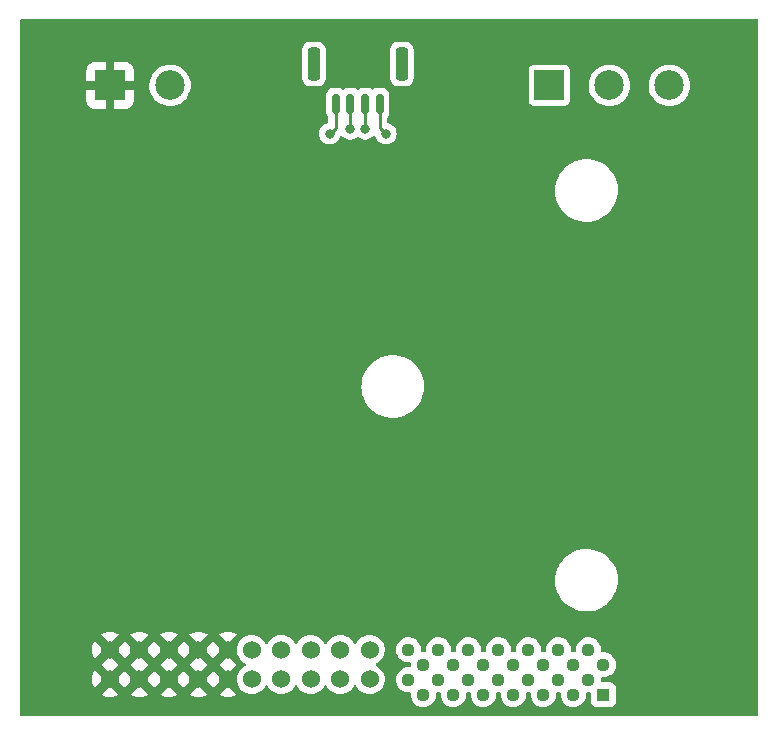
<source format=gbr>
%TF.GenerationSoftware,KiCad,Pcbnew,(6.0.1-0)*%
%TF.CreationDate,2022-12-23T21:27:23-08:00*%
%TF.ProjectId,ESC Daughterboard,45534320-4461-4756-9768-746572626f61,rev?*%
%TF.SameCoordinates,Original*%
%TF.FileFunction,Copper,L1,Top*%
%TF.FilePolarity,Positive*%
%FSLAX46Y46*%
G04 Gerber Fmt 4.6, Leading zero omitted, Abs format (unit mm)*
G04 Created by KiCad (PCBNEW (6.0.1-0)) date 2022-12-23 21:27:23*
%MOMM*%
%LPD*%
G01*
G04 APERTURE LIST*
G04 Aperture macros list*
%AMRoundRect*
0 Rectangle with rounded corners*
0 $1 Rounding radius*
0 $2 $3 $4 $5 $6 $7 $8 $9 X,Y pos of 4 corners*
0 Add a 4 corners polygon primitive as box body*
4,1,4,$2,$3,$4,$5,$6,$7,$8,$9,$2,$3,0*
0 Add four circle primitives for the rounded corners*
1,1,$1+$1,$2,$3*
1,1,$1+$1,$4,$5*
1,1,$1+$1,$6,$7*
1,1,$1+$1,$8,$9*
0 Add four rect primitives between the rounded corners*
20,1,$1+$1,$2,$3,$4,$5,0*
20,1,$1+$1,$4,$5,$6,$7,0*
20,1,$1+$1,$6,$7,$8,$9,0*
20,1,$1+$1,$8,$9,$2,$3,0*%
G04 Aperture macros list end*
%TA.AperFunction,ComponentPad*%
%ADD10R,2.500000X2.500000*%
%TD*%
%TA.AperFunction,ComponentPad*%
%ADD11C,2.500000*%
%TD*%
%TA.AperFunction,ComponentPad*%
%ADD12R,1.110000X1.110000*%
%TD*%
%TA.AperFunction,ComponentPad*%
%ADD13C,1.110000*%
%TD*%
%TA.AperFunction,ComponentPad*%
%ADD14C,1.528000*%
%TD*%
%TA.AperFunction,SMDPad,CuDef*%
%ADD15RoundRect,0.150000X-0.150000X-0.700000X0.150000X-0.700000X0.150000X0.700000X-0.150000X0.700000X0*%
%TD*%
%TA.AperFunction,SMDPad,CuDef*%
%ADD16RoundRect,0.250000X-0.250000X-1.150000X0.250000X-1.150000X0.250000X1.150000X-0.250000X1.150000X0*%
%TD*%
%TA.AperFunction,ViaPad*%
%ADD17C,0.800000*%
%TD*%
%TA.AperFunction,Conductor*%
%ADD18C,0.250000*%
%TD*%
G04 APERTURE END LIST*
D10*
%TO.P,Phase 1,1,Pin_1*%
%TO.N,/Phase_1*%
X154815000Y-69100000D03*
D11*
%TO.P,Phase 1,2,Pin_2*%
%TO.N,/Phase_2*%
X159895000Y-69100000D03*
%TO.P,Phase 1,3,Pin_3*%
%TO.N,/Phase_3*%
X164975000Y-69100000D03*
%TD*%
D12*
%TO.P,J4,1,1*%
%TO.N,GND*%
X159400000Y-120700000D03*
D13*
%TO.P,J4,2,2*%
%TO.N,+5V*%
X158130000Y-119430000D03*
%TO.P,J4,3,3*%
%TO.N,/Phase_3*%
X156860000Y-120700000D03*
%TO.P,J4,4,4*%
X155590000Y-119430000D03*
%TO.P,J4,5,5*%
X154320000Y-120700000D03*
%TO.P,J4,6,6*%
X153050000Y-119430000D03*
%TO.P,J4,7,7*%
%TO.N,/Phase_2*%
X151780000Y-120700000D03*
%TO.P,J4,8,8*%
X150510000Y-119430000D03*
%TO.P,J4,9,9*%
X149240000Y-120700000D03*
%TO.P,J4,10,10*%
X147970000Y-119430000D03*
%TO.P,J4,11,11*%
%TO.N,/Phase_1*%
X146700000Y-120700000D03*
%TO.P,J4,12,12*%
X145430000Y-119430000D03*
%TO.P,J4,13,13*%
X144160000Y-120700000D03*
%TO.P,J4,14,14*%
X142890000Y-119430000D03*
%TO.P,J4,15,15*%
%TO.N,/CAH*%
X159400000Y-118160000D03*
%TO.P,J4,16,16*%
%TO.N,/CAL*%
X158130000Y-116890000D03*
%TO.P,J4,17,17*%
%TO.N,/Phase_3*%
X156860000Y-118160000D03*
%TO.P,J4,18,18*%
X155590000Y-116890000D03*
%TO.P,J4,19,19*%
X154320000Y-118160000D03*
%TO.P,J4,20,20*%
X153050000Y-116890000D03*
%TO.P,J4,21,21*%
%TO.N,/Phase_2*%
X151780000Y-118160000D03*
%TO.P,J4,22,22*%
X150510000Y-116890000D03*
%TO.P,J4,23,23*%
X149240000Y-118160000D03*
%TO.P,J4,24,24*%
X147970000Y-116890000D03*
%TO.P,J4,25,25*%
%TO.N,/Phase_1*%
X146700000Y-118160000D03*
%TO.P,J4,26,26*%
X145430000Y-116890000D03*
%TO.P,J4,27,27*%
X144160000Y-118160000D03*
%TO.P,J4,28,28*%
X142890000Y-116890000D03*
D14*
%TO.P,J4,A1,A1*%
%TO.N,GND*%
X139609996Y-116890000D03*
%TO.P,J4,A2,A2*%
X137109996Y-116890000D03*
%TO.P,J4,A3,A3*%
X134609996Y-116890000D03*
%TO.P,J4,A4,A4*%
X132109996Y-116890000D03*
%TO.P,J4,A5,A5*%
X129609999Y-116890000D03*
%TO.P,J4,B1,B1*%
%TO.N,/16V*%
X127609995Y-116890000D03*
%TO.P,J4,B2,B2*%
X125109995Y-116890000D03*
%TO.P,J4,B3,B3*%
X122609995Y-116890000D03*
%TO.P,J4,B4,B4*%
X120109995Y-116890000D03*
%TO.P,J4,B5,B5*%
X117609995Y-116890000D03*
%TO.P,J4,C1,C1*%
%TO.N,GND*%
X139609996Y-119390000D03*
%TO.P,J4,C2,C2*%
X137109996Y-119390000D03*
%TO.P,J4,C3,C3*%
X134609996Y-119390000D03*
%TO.P,J4,C4,C4*%
X132109996Y-119390000D03*
%TO.P,J4,C5,C5*%
X129609999Y-119390000D03*
%TO.P,J4,D1,D1*%
%TO.N,/16V*%
X127609995Y-119390000D03*
%TO.P,J4,D2,D2*%
X125109995Y-119390000D03*
%TO.P,J4,D3,D3*%
X122609995Y-119390000D03*
%TO.P,J4,D4,D4*%
X120109995Y-119390000D03*
%TO.P,J4,D5,D5*%
X117609995Y-119390000D03*
%TD*%
D15*
%TO.P,CAN,1,Pin_1*%
%TO.N,GND*%
X136725000Y-70650000D03*
%TO.P,CAN,2,Pin_2*%
%TO.N,/CAL*%
X137975000Y-70650000D03*
%TO.P,CAN,3,Pin_3*%
%TO.N,/CAH*%
X139225000Y-70650000D03*
%TO.P,CAN,4,Pin_4*%
%TO.N,+5V*%
X140475000Y-70650000D03*
D16*
%TO.P,CAN,MP*%
%TO.N,N/C*%
X134875000Y-67300000D03*
X142325000Y-67300000D03*
%TD*%
D10*
%TO.P,PWR,1,Pin_1*%
%TO.N,/16V*%
X117620000Y-69100000D03*
D11*
%TO.P,PWR,2,Pin_2*%
%TO.N,GND*%
X122700000Y-69100000D03*
%TD*%
D17*
%TO.N,GND*%
X136210000Y-73200000D03*
%TO.N,+5V*%
X140980000Y-73200000D03*
%TO.N,/CAH*%
X139220000Y-72800000D03*
%TO.N,/CAL*%
X137960000Y-72790000D03*
%TD*%
D18*
%TO.N,GND*%
X136725000Y-72685000D02*
X136725000Y-70650000D01*
X136210000Y-73200000D02*
X136725000Y-72685000D01*
%TO.N,+5V*%
X140475000Y-70650000D02*
X140475000Y-72695000D01*
X140475000Y-72695000D02*
X140980000Y-73200000D01*
%TO.N,/CAH*%
X139220000Y-72800000D02*
X139225000Y-72795000D01*
X139225000Y-72795000D02*
X139225000Y-70650000D01*
%TO.N,/CAL*%
X137960000Y-72790000D02*
X137975000Y-72775000D01*
X137975000Y-72775000D02*
X137975000Y-70650000D01*
%TD*%
%TA.AperFunction,Conductor*%
%TO.N,/16V*%
G36*
X172442121Y-63520002D02*
G01*
X172488614Y-63573658D01*
X172500000Y-63626000D01*
X172500000Y-122374000D01*
X172479998Y-122442121D01*
X172426342Y-122488614D01*
X172374000Y-122500000D01*
X110126000Y-122500000D01*
X110057879Y-122479998D01*
X110011386Y-122426342D01*
X110000000Y-122374000D01*
X110000000Y-120692053D01*
X116843892Y-120692053D01*
X116849619Y-120699703D01*
X116916308Y-120740570D01*
X116925102Y-120745051D01*
X117136123Y-120832458D01*
X117145508Y-120835507D01*
X117367608Y-120888830D01*
X117377355Y-120890373D01*
X117605065Y-120908294D01*
X117614925Y-120908294D01*
X117842635Y-120890373D01*
X117852382Y-120888830D01*
X118074482Y-120835507D01*
X118083867Y-120832458D01*
X118294888Y-120745051D01*
X118303682Y-120740570D01*
X118366705Y-120701950D01*
X118375659Y-120692053D01*
X119343892Y-120692053D01*
X119349619Y-120699703D01*
X119416308Y-120740570D01*
X119425102Y-120745051D01*
X119636123Y-120832458D01*
X119645508Y-120835507D01*
X119867608Y-120888830D01*
X119877355Y-120890373D01*
X120105065Y-120908294D01*
X120114925Y-120908294D01*
X120342635Y-120890373D01*
X120352382Y-120888830D01*
X120574482Y-120835507D01*
X120583867Y-120832458D01*
X120794888Y-120745051D01*
X120803682Y-120740570D01*
X120866705Y-120701950D01*
X120875659Y-120692053D01*
X121843892Y-120692053D01*
X121849619Y-120699703D01*
X121916308Y-120740570D01*
X121925102Y-120745051D01*
X122136123Y-120832458D01*
X122145508Y-120835507D01*
X122367608Y-120888830D01*
X122377355Y-120890373D01*
X122605065Y-120908294D01*
X122614925Y-120908294D01*
X122842635Y-120890373D01*
X122852382Y-120888830D01*
X123074482Y-120835507D01*
X123083867Y-120832458D01*
X123294888Y-120745051D01*
X123303682Y-120740570D01*
X123366705Y-120701950D01*
X123375659Y-120692053D01*
X124343892Y-120692053D01*
X124349619Y-120699703D01*
X124416308Y-120740570D01*
X124425102Y-120745051D01*
X124636123Y-120832458D01*
X124645508Y-120835507D01*
X124867608Y-120888830D01*
X124877355Y-120890373D01*
X125105065Y-120908294D01*
X125114925Y-120908294D01*
X125342635Y-120890373D01*
X125352382Y-120888830D01*
X125574482Y-120835507D01*
X125583867Y-120832458D01*
X125794888Y-120745051D01*
X125803682Y-120740570D01*
X125866705Y-120701950D01*
X125875659Y-120692053D01*
X126843892Y-120692053D01*
X126849619Y-120699703D01*
X126916308Y-120740570D01*
X126925102Y-120745051D01*
X127136123Y-120832458D01*
X127145508Y-120835507D01*
X127367608Y-120888830D01*
X127377355Y-120890373D01*
X127605065Y-120908294D01*
X127614925Y-120908294D01*
X127842635Y-120890373D01*
X127852382Y-120888830D01*
X128074482Y-120835507D01*
X128083867Y-120832458D01*
X128294888Y-120745051D01*
X128303682Y-120740570D01*
X128366705Y-120701950D01*
X128376165Y-120691494D01*
X128372381Y-120682716D01*
X127622807Y-119933142D01*
X127608863Y-119925528D01*
X127607030Y-119925659D01*
X127600415Y-119929910D01*
X126850652Y-120679673D01*
X126843892Y-120692053D01*
X125875659Y-120692053D01*
X125876165Y-120691494D01*
X125872381Y-120682716D01*
X125122807Y-119933142D01*
X125108863Y-119925528D01*
X125107030Y-119925659D01*
X125100415Y-119929910D01*
X124350652Y-120679673D01*
X124343892Y-120692053D01*
X123375659Y-120692053D01*
X123376165Y-120691494D01*
X123372381Y-120682716D01*
X122622807Y-119933142D01*
X122608863Y-119925528D01*
X122607030Y-119925659D01*
X122600415Y-119929910D01*
X121850652Y-120679673D01*
X121843892Y-120692053D01*
X120875659Y-120692053D01*
X120876165Y-120691494D01*
X120872381Y-120682716D01*
X120122807Y-119933142D01*
X120108863Y-119925528D01*
X120107030Y-119925659D01*
X120100415Y-119929910D01*
X119350652Y-120679673D01*
X119343892Y-120692053D01*
X118375659Y-120692053D01*
X118376165Y-120691494D01*
X118372381Y-120682716D01*
X117622807Y-119933142D01*
X117608863Y-119925528D01*
X117607030Y-119925659D01*
X117600415Y-119929910D01*
X116850652Y-120679673D01*
X116843892Y-120692053D01*
X110000000Y-120692053D01*
X110000000Y-119394930D01*
X116091701Y-119394930D01*
X116109622Y-119622640D01*
X116111165Y-119632387D01*
X116164488Y-119854487D01*
X116167537Y-119863872D01*
X116254944Y-120074893D01*
X116259425Y-120083687D01*
X116298045Y-120146710D01*
X116308501Y-120156170D01*
X116317279Y-120152386D01*
X117066853Y-119402812D01*
X117073231Y-119391132D01*
X118145523Y-119391132D01*
X118145654Y-119392965D01*
X118149905Y-119399580D01*
X118847183Y-120096858D01*
X118861127Y-120104472D01*
X118862960Y-120104341D01*
X118869575Y-120100090D01*
X119566853Y-119402812D01*
X119573231Y-119391132D01*
X120645523Y-119391132D01*
X120645654Y-119392965D01*
X120649905Y-119399580D01*
X121347183Y-120096858D01*
X121361127Y-120104472D01*
X121362960Y-120104341D01*
X121369575Y-120100090D01*
X122066853Y-119402812D01*
X122073231Y-119391132D01*
X123145523Y-119391132D01*
X123145654Y-119392965D01*
X123149905Y-119399580D01*
X123847183Y-120096858D01*
X123861127Y-120104472D01*
X123862960Y-120104341D01*
X123869575Y-120100090D01*
X124566853Y-119402812D01*
X124573231Y-119391132D01*
X125645523Y-119391132D01*
X125645654Y-119392965D01*
X125649905Y-119399580D01*
X126347183Y-120096858D01*
X126361127Y-120104472D01*
X126362960Y-120104341D01*
X126369575Y-120100090D01*
X127066853Y-119402812D01*
X127073231Y-119391132D01*
X128145523Y-119391132D01*
X128145654Y-119392965D01*
X128149905Y-119399580D01*
X128335790Y-119585465D01*
X128368402Y-119641949D01*
X128417219Y-119824136D01*
X128419542Y-119829117D01*
X128419542Y-119829118D01*
X128508401Y-120019678D01*
X128508404Y-120019683D01*
X128510727Y-120024665D01*
X128513883Y-120029172D01*
X128513884Y-120029174D01*
X128602808Y-120156170D01*
X128637636Y-120205910D01*
X128794089Y-120362363D01*
X128798597Y-120365520D01*
X128798600Y-120365522D01*
X128965804Y-120482599D01*
X128975334Y-120489272D01*
X128980316Y-120491595D01*
X128980321Y-120491598D01*
X129170881Y-120580457D01*
X129175863Y-120582780D01*
X129181171Y-120584202D01*
X129181173Y-120584203D01*
X129384267Y-120638622D01*
X129384269Y-120638622D01*
X129389582Y-120640046D01*
X129609999Y-120659330D01*
X129830416Y-120640046D01*
X129835729Y-120638622D01*
X129835731Y-120638622D01*
X130038825Y-120584203D01*
X130038827Y-120584202D01*
X130044135Y-120582780D01*
X130049117Y-120580457D01*
X130239677Y-120491598D01*
X130239682Y-120491595D01*
X130244664Y-120489272D01*
X130254194Y-120482599D01*
X130421398Y-120365522D01*
X130421401Y-120365520D01*
X130425909Y-120362363D01*
X130582362Y-120205910D01*
X130617191Y-120156170D01*
X130706114Y-120029174D01*
X130706115Y-120029172D01*
X130709271Y-120024665D01*
X130711594Y-120019684D01*
X130711600Y-120019673D01*
X130745804Y-119946322D01*
X130792721Y-119893038D01*
X130860998Y-119873577D01*
X130928958Y-119894119D01*
X130974193Y-119946324D01*
X131008396Y-120019674D01*
X131008399Y-120019680D01*
X131010724Y-120024665D01*
X131013880Y-120029172D01*
X131013881Y-120029174D01*
X131102805Y-120156170D01*
X131137633Y-120205910D01*
X131294086Y-120362363D01*
X131298594Y-120365520D01*
X131298597Y-120365522D01*
X131465801Y-120482599D01*
X131475331Y-120489272D01*
X131480313Y-120491595D01*
X131480318Y-120491598D01*
X131670878Y-120580457D01*
X131675860Y-120582780D01*
X131681168Y-120584202D01*
X131681170Y-120584203D01*
X131884264Y-120638622D01*
X131884266Y-120638622D01*
X131889579Y-120640046D01*
X132109996Y-120659330D01*
X132330413Y-120640046D01*
X132335726Y-120638622D01*
X132335728Y-120638622D01*
X132538822Y-120584203D01*
X132538824Y-120584202D01*
X132544132Y-120582780D01*
X132549114Y-120580457D01*
X132739674Y-120491598D01*
X132739679Y-120491595D01*
X132744661Y-120489272D01*
X132754191Y-120482599D01*
X132921395Y-120365522D01*
X132921398Y-120365520D01*
X132925906Y-120362363D01*
X133082359Y-120205910D01*
X133117188Y-120156170D01*
X133206111Y-120029174D01*
X133206112Y-120029172D01*
X133209268Y-120024665D01*
X133211591Y-120019683D01*
X133211594Y-120019678D01*
X133245801Y-119946320D01*
X133292718Y-119893035D01*
X133360996Y-119873574D01*
X133428956Y-119894116D01*
X133474191Y-119946320D01*
X133508398Y-120019678D01*
X133508401Y-120019683D01*
X133510724Y-120024665D01*
X133513880Y-120029172D01*
X133513881Y-120029174D01*
X133602805Y-120156170D01*
X133637633Y-120205910D01*
X133794086Y-120362363D01*
X133798594Y-120365520D01*
X133798597Y-120365522D01*
X133965801Y-120482599D01*
X133975331Y-120489272D01*
X133980313Y-120491595D01*
X133980318Y-120491598D01*
X134170878Y-120580457D01*
X134175860Y-120582780D01*
X134181168Y-120584202D01*
X134181170Y-120584203D01*
X134384264Y-120638622D01*
X134384266Y-120638622D01*
X134389579Y-120640046D01*
X134609996Y-120659330D01*
X134830413Y-120640046D01*
X134835726Y-120638622D01*
X134835728Y-120638622D01*
X135038822Y-120584203D01*
X135038824Y-120584202D01*
X135044132Y-120582780D01*
X135049114Y-120580457D01*
X135239674Y-120491598D01*
X135239679Y-120491595D01*
X135244661Y-120489272D01*
X135254191Y-120482599D01*
X135421395Y-120365522D01*
X135421398Y-120365520D01*
X135425906Y-120362363D01*
X135582359Y-120205910D01*
X135617188Y-120156170D01*
X135706111Y-120029174D01*
X135706112Y-120029172D01*
X135709268Y-120024665D01*
X135711591Y-120019683D01*
X135711594Y-120019678D01*
X135745801Y-119946320D01*
X135792718Y-119893035D01*
X135860996Y-119873574D01*
X135928956Y-119894116D01*
X135974191Y-119946320D01*
X136008398Y-120019678D01*
X136008401Y-120019683D01*
X136010724Y-120024665D01*
X136013880Y-120029172D01*
X136013881Y-120029174D01*
X136102805Y-120156170D01*
X136137633Y-120205910D01*
X136294086Y-120362363D01*
X136298594Y-120365520D01*
X136298597Y-120365522D01*
X136465801Y-120482599D01*
X136475331Y-120489272D01*
X136480313Y-120491595D01*
X136480318Y-120491598D01*
X136670878Y-120580457D01*
X136675860Y-120582780D01*
X136681168Y-120584202D01*
X136681170Y-120584203D01*
X136884264Y-120638622D01*
X136884266Y-120638622D01*
X136889579Y-120640046D01*
X137109996Y-120659330D01*
X137330413Y-120640046D01*
X137335726Y-120638622D01*
X137335728Y-120638622D01*
X137538822Y-120584203D01*
X137538824Y-120584202D01*
X137544132Y-120582780D01*
X137549114Y-120580457D01*
X137739674Y-120491598D01*
X137739679Y-120491595D01*
X137744661Y-120489272D01*
X137754191Y-120482599D01*
X137921395Y-120365522D01*
X137921398Y-120365520D01*
X137925906Y-120362363D01*
X138082359Y-120205910D01*
X138117188Y-120156170D01*
X138206111Y-120029174D01*
X138206112Y-120029172D01*
X138209268Y-120024665D01*
X138211591Y-120019683D01*
X138211594Y-120019678D01*
X138245801Y-119946320D01*
X138292718Y-119893035D01*
X138360996Y-119873574D01*
X138428956Y-119894116D01*
X138474191Y-119946320D01*
X138508398Y-120019678D01*
X138508401Y-120019683D01*
X138510724Y-120024665D01*
X138513880Y-120029172D01*
X138513881Y-120029174D01*
X138602805Y-120156170D01*
X138637633Y-120205910D01*
X138794086Y-120362363D01*
X138798594Y-120365520D01*
X138798597Y-120365522D01*
X138965801Y-120482599D01*
X138975331Y-120489272D01*
X138980313Y-120491595D01*
X138980318Y-120491598D01*
X139170878Y-120580457D01*
X139175860Y-120582780D01*
X139181168Y-120584202D01*
X139181170Y-120584203D01*
X139384264Y-120638622D01*
X139384266Y-120638622D01*
X139389579Y-120640046D01*
X139609996Y-120659330D01*
X139830413Y-120640046D01*
X139835726Y-120638622D01*
X139835728Y-120638622D01*
X140038822Y-120584203D01*
X140038824Y-120584202D01*
X140044132Y-120582780D01*
X140049114Y-120580457D01*
X140239674Y-120491598D01*
X140239679Y-120491595D01*
X140244661Y-120489272D01*
X140254191Y-120482599D01*
X140421395Y-120365522D01*
X140421398Y-120365520D01*
X140425906Y-120362363D01*
X140582359Y-120205910D01*
X140617188Y-120156170D01*
X140706111Y-120029174D01*
X140706112Y-120029172D01*
X140709268Y-120024665D01*
X140711591Y-120019683D01*
X140711594Y-120019678D01*
X140800453Y-119829118D01*
X140800453Y-119829117D01*
X140802776Y-119824136D01*
X140849357Y-119650296D01*
X140858618Y-119615732D01*
X140858618Y-119615730D01*
X140860042Y-119610417D01*
X140877122Y-119415192D01*
X141829496Y-119415192D01*
X141831035Y-119433522D01*
X141845905Y-119610594D01*
X141846817Y-119621460D01*
X141848515Y-119627381D01*
X141848515Y-119627382D01*
X141896475Y-119794635D01*
X141903873Y-119820435D01*
X141998489Y-120004540D01*
X142127063Y-120166760D01*
X142284697Y-120300917D01*
X142465387Y-120401901D01*
X142662250Y-120465865D01*
X142867788Y-120490374D01*
X142873923Y-120489902D01*
X142873925Y-120489902D01*
X142971697Y-120482379D01*
X143041151Y-120497097D01*
X143091623Y-120547027D01*
X143106578Y-120622053D01*
X143099496Y-120685192D01*
X143100903Y-120701950D01*
X143104523Y-120745051D01*
X143116817Y-120891460D01*
X143173873Y-121090435D01*
X143268489Y-121274540D01*
X143397063Y-121436760D01*
X143401756Y-121440754D01*
X143401757Y-121440755D01*
X143428363Y-121463398D01*
X143554697Y-121570917D01*
X143560075Y-121573923D01*
X143560077Y-121573924D01*
X143629183Y-121612546D01*
X143735387Y-121671901D01*
X143932250Y-121735865D01*
X144137788Y-121760374D01*
X144143923Y-121759902D01*
X144143925Y-121759902D01*
X144338030Y-121744967D01*
X144338034Y-121744966D01*
X144344172Y-121744494D01*
X144350105Y-121742838D01*
X144350108Y-121742837D01*
X144537607Y-121690486D01*
X144537606Y-121690486D01*
X144543542Y-121688829D01*
X144728302Y-121595500D01*
X144853322Y-121497824D01*
X144886559Y-121471856D01*
X144891415Y-121468062D01*
X144922604Y-121431929D01*
X145022641Y-121316036D01*
X145022642Y-121316034D01*
X145026670Y-121311368D01*
X145128913Y-121131388D01*
X145194250Y-120934976D01*
X145220193Y-120729614D01*
X145220607Y-120700000D01*
X145214775Y-120640525D01*
X145212888Y-120621274D01*
X145226148Y-120551527D01*
X145275010Y-120500020D01*
X145343963Y-120483107D01*
X145353191Y-120483864D01*
X145407788Y-120490374D01*
X145413923Y-120489902D01*
X145413925Y-120489902D01*
X145511697Y-120482379D01*
X145581151Y-120497097D01*
X145631623Y-120547027D01*
X145646578Y-120622053D01*
X145639496Y-120685192D01*
X145640903Y-120701950D01*
X145644523Y-120745051D01*
X145656817Y-120891460D01*
X145713873Y-121090435D01*
X145808489Y-121274540D01*
X145937063Y-121436760D01*
X145941756Y-121440754D01*
X145941757Y-121440755D01*
X145968363Y-121463398D01*
X146094697Y-121570917D01*
X146100075Y-121573923D01*
X146100077Y-121573924D01*
X146169183Y-121612546D01*
X146275387Y-121671901D01*
X146472250Y-121735865D01*
X146677788Y-121760374D01*
X146683923Y-121759902D01*
X146683925Y-121759902D01*
X146878030Y-121744967D01*
X146878034Y-121744966D01*
X146884172Y-121744494D01*
X146890105Y-121742838D01*
X146890108Y-121742837D01*
X147077607Y-121690486D01*
X147077606Y-121690486D01*
X147083542Y-121688829D01*
X147268302Y-121595500D01*
X147393322Y-121497824D01*
X147426559Y-121471856D01*
X147431415Y-121468062D01*
X147462604Y-121431929D01*
X147562641Y-121316036D01*
X147562642Y-121316034D01*
X147566670Y-121311368D01*
X147668913Y-121131388D01*
X147734250Y-120934976D01*
X147760193Y-120729614D01*
X147760607Y-120700000D01*
X147754775Y-120640525D01*
X147752888Y-120621274D01*
X147766148Y-120551527D01*
X147815010Y-120500020D01*
X147883963Y-120483107D01*
X147893191Y-120483864D01*
X147947788Y-120490374D01*
X147953923Y-120489902D01*
X147953925Y-120489902D01*
X148051697Y-120482379D01*
X148121151Y-120497097D01*
X148171623Y-120547027D01*
X148186578Y-120622053D01*
X148179496Y-120685192D01*
X148180903Y-120701950D01*
X148184523Y-120745051D01*
X148196817Y-120891460D01*
X148253873Y-121090435D01*
X148348489Y-121274540D01*
X148477063Y-121436760D01*
X148481756Y-121440754D01*
X148481757Y-121440755D01*
X148508363Y-121463398D01*
X148634697Y-121570917D01*
X148640075Y-121573923D01*
X148640077Y-121573924D01*
X148709183Y-121612546D01*
X148815387Y-121671901D01*
X149012250Y-121735865D01*
X149217788Y-121760374D01*
X149223923Y-121759902D01*
X149223925Y-121759902D01*
X149418030Y-121744967D01*
X149418034Y-121744966D01*
X149424172Y-121744494D01*
X149430105Y-121742838D01*
X149430108Y-121742837D01*
X149617607Y-121690486D01*
X149617606Y-121690486D01*
X149623542Y-121688829D01*
X149808302Y-121595500D01*
X149933322Y-121497824D01*
X149966559Y-121471856D01*
X149971415Y-121468062D01*
X150002604Y-121431929D01*
X150102641Y-121316036D01*
X150102642Y-121316034D01*
X150106670Y-121311368D01*
X150208913Y-121131388D01*
X150274250Y-120934976D01*
X150300193Y-120729614D01*
X150300607Y-120700000D01*
X150294775Y-120640525D01*
X150292888Y-120621274D01*
X150306148Y-120551527D01*
X150355010Y-120500020D01*
X150423963Y-120483107D01*
X150433191Y-120483864D01*
X150487788Y-120490374D01*
X150493923Y-120489902D01*
X150493925Y-120489902D01*
X150591697Y-120482379D01*
X150661151Y-120497097D01*
X150711623Y-120547027D01*
X150726578Y-120622053D01*
X150719496Y-120685192D01*
X150720903Y-120701950D01*
X150724523Y-120745051D01*
X150736817Y-120891460D01*
X150793873Y-121090435D01*
X150888489Y-121274540D01*
X151017063Y-121436760D01*
X151021756Y-121440754D01*
X151021757Y-121440755D01*
X151048363Y-121463398D01*
X151174697Y-121570917D01*
X151180075Y-121573923D01*
X151180077Y-121573924D01*
X151249183Y-121612546D01*
X151355387Y-121671901D01*
X151552250Y-121735865D01*
X151757788Y-121760374D01*
X151763923Y-121759902D01*
X151763925Y-121759902D01*
X151958030Y-121744967D01*
X151958034Y-121744966D01*
X151964172Y-121744494D01*
X151970105Y-121742838D01*
X151970108Y-121742837D01*
X152157607Y-121690486D01*
X152157606Y-121690486D01*
X152163542Y-121688829D01*
X152348302Y-121595500D01*
X152473322Y-121497824D01*
X152506559Y-121471856D01*
X152511415Y-121468062D01*
X152542604Y-121431929D01*
X152642641Y-121316036D01*
X152642642Y-121316034D01*
X152646670Y-121311368D01*
X152748913Y-121131388D01*
X152814250Y-120934976D01*
X152840193Y-120729614D01*
X152840607Y-120700000D01*
X152834775Y-120640525D01*
X152832888Y-120621274D01*
X152846148Y-120551527D01*
X152895010Y-120500020D01*
X152963963Y-120483107D01*
X152973191Y-120483864D01*
X153027788Y-120490374D01*
X153033923Y-120489902D01*
X153033925Y-120489902D01*
X153131697Y-120482379D01*
X153201151Y-120497097D01*
X153251623Y-120547027D01*
X153266578Y-120622053D01*
X153259496Y-120685192D01*
X153260903Y-120701950D01*
X153264523Y-120745051D01*
X153276817Y-120891460D01*
X153333873Y-121090435D01*
X153428489Y-121274540D01*
X153557063Y-121436760D01*
X153561756Y-121440754D01*
X153561757Y-121440755D01*
X153588363Y-121463398D01*
X153714697Y-121570917D01*
X153720075Y-121573923D01*
X153720077Y-121573924D01*
X153789183Y-121612546D01*
X153895387Y-121671901D01*
X154092250Y-121735865D01*
X154297788Y-121760374D01*
X154303923Y-121759902D01*
X154303925Y-121759902D01*
X154498030Y-121744967D01*
X154498034Y-121744966D01*
X154504172Y-121744494D01*
X154510105Y-121742838D01*
X154510108Y-121742837D01*
X154697607Y-121690486D01*
X154697606Y-121690486D01*
X154703542Y-121688829D01*
X154888302Y-121595500D01*
X155013322Y-121497824D01*
X155046559Y-121471856D01*
X155051415Y-121468062D01*
X155082604Y-121431929D01*
X155182641Y-121316036D01*
X155182642Y-121316034D01*
X155186670Y-121311368D01*
X155288913Y-121131388D01*
X155354250Y-120934976D01*
X155380193Y-120729614D01*
X155380607Y-120700000D01*
X155374775Y-120640525D01*
X155372888Y-120621274D01*
X155386148Y-120551527D01*
X155435010Y-120500020D01*
X155503963Y-120483107D01*
X155513191Y-120483864D01*
X155567788Y-120490374D01*
X155573923Y-120489902D01*
X155573925Y-120489902D01*
X155671697Y-120482379D01*
X155741151Y-120497097D01*
X155791623Y-120547027D01*
X155806578Y-120622053D01*
X155799496Y-120685192D01*
X155800903Y-120701950D01*
X155804523Y-120745051D01*
X155816817Y-120891460D01*
X155873873Y-121090435D01*
X155968489Y-121274540D01*
X156097063Y-121436760D01*
X156101756Y-121440754D01*
X156101757Y-121440755D01*
X156128363Y-121463398D01*
X156254697Y-121570917D01*
X156260075Y-121573923D01*
X156260077Y-121573924D01*
X156329183Y-121612546D01*
X156435387Y-121671901D01*
X156632250Y-121735865D01*
X156837788Y-121760374D01*
X156843923Y-121759902D01*
X156843925Y-121759902D01*
X157038030Y-121744967D01*
X157038034Y-121744966D01*
X157044172Y-121744494D01*
X157050105Y-121742838D01*
X157050108Y-121742837D01*
X157237607Y-121690486D01*
X157237606Y-121690486D01*
X157243542Y-121688829D01*
X157428302Y-121595500D01*
X157553322Y-121497824D01*
X157586559Y-121471856D01*
X157591415Y-121468062D01*
X157622604Y-121431929D01*
X157722641Y-121316036D01*
X157722642Y-121316034D01*
X157726670Y-121311368D01*
X157828913Y-121131388D01*
X157894250Y-120934976D01*
X157920193Y-120729614D01*
X157920607Y-120700000D01*
X157914775Y-120640525D01*
X157912888Y-120621274D01*
X157926148Y-120551527D01*
X157975010Y-120500020D01*
X158043963Y-120483107D01*
X158053191Y-120483864D01*
X158107788Y-120490374D01*
X158113923Y-120489902D01*
X158113924Y-120489902D01*
X158151126Y-120487039D01*
X158208834Y-120482599D01*
X158278288Y-120497316D01*
X158328760Y-120547247D01*
X158344500Y-120608228D01*
X158344501Y-121084515D01*
X158344501Y-121302376D01*
X158344870Y-121305770D01*
X158344870Y-121305776D01*
X158345985Y-121316036D01*
X158351149Y-121363580D01*
X158401474Y-121497824D01*
X158406854Y-121505003D01*
X158406856Y-121505006D01*
X158476761Y-121598278D01*
X158487454Y-121612546D01*
X158494635Y-121617928D01*
X158594994Y-121693144D01*
X158594997Y-121693146D01*
X158602176Y-121698526D01*
X158691561Y-121732034D01*
X158729025Y-121746079D01*
X158729027Y-121746079D01*
X158736420Y-121748851D01*
X158744270Y-121749704D01*
X158744271Y-121749704D01*
X158794217Y-121755130D01*
X158797623Y-121755500D01*
X159399911Y-121755500D01*
X160002376Y-121755499D01*
X160005770Y-121755130D01*
X160005776Y-121755130D01*
X160055722Y-121749705D01*
X160055726Y-121749704D01*
X160063580Y-121748851D01*
X160197824Y-121698526D01*
X160205003Y-121693146D01*
X160205006Y-121693144D01*
X160305365Y-121617928D01*
X160312546Y-121612546D01*
X160323239Y-121598278D01*
X160393144Y-121505006D01*
X160393146Y-121505003D01*
X160398526Y-121497824D01*
X160448851Y-121363580D01*
X160455500Y-121302377D01*
X160455499Y-120097624D01*
X160448851Y-120036420D01*
X160398526Y-119902176D01*
X160393146Y-119894997D01*
X160393144Y-119894994D01*
X160317928Y-119794635D01*
X160312546Y-119787454D01*
X160305365Y-119782072D01*
X160205006Y-119706856D01*
X160205003Y-119706854D01*
X160197824Y-119701474D01*
X160100464Y-119664976D01*
X160070975Y-119653921D01*
X160070973Y-119653921D01*
X160063580Y-119651149D01*
X160055730Y-119650296D01*
X160055729Y-119650296D01*
X160005774Y-119644869D01*
X160005773Y-119644869D01*
X160002377Y-119644500D01*
X159982867Y-119644500D01*
X159309755Y-119644501D01*
X159241635Y-119624499D01*
X159195142Y-119570843D01*
X159184749Y-119502709D01*
X159189753Y-119463094D01*
X159190193Y-119459614D01*
X159190607Y-119430000D01*
X159182888Y-119351274D01*
X159196148Y-119281527D01*
X159245010Y-119230020D01*
X159313963Y-119213107D01*
X159323191Y-119213864D01*
X159377788Y-119220374D01*
X159383923Y-119219902D01*
X159383925Y-119219902D01*
X159578030Y-119204967D01*
X159578034Y-119204966D01*
X159584172Y-119204494D01*
X159590105Y-119202838D01*
X159590108Y-119202837D01*
X159777607Y-119150486D01*
X159777606Y-119150486D01*
X159783542Y-119148829D01*
X159968302Y-119055500D01*
X160016235Y-119018051D01*
X160126559Y-118931856D01*
X160131415Y-118928062D01*
X160167824Y-118885882D01*
X160262641Y-118776036D01*
X160262642Y-118776034D01*
X160266670Y-118771368D01*
X160278340Y-118750826D01*
X160365865Y-118596753D01*
X160368913Y-118591388D01*
X160434250Y-118394976D01*
X160460193Y-118189614D01*
X160460607Y-118160000D01*
X160440408Y-117953994D01*
X160380580Y-117755834D01*
X160311950Y-117626760D01*
X160286296Y-117578511D01*
X160286294Y-117578508D01*
X160283402Y-117573069D01*
X160279511Y-117568299D01*
X160279509Y-117568295D01*
X160156471Y-117417435D01*
X160156468Y-117417432D01*
X160152576Y-117412660D01*
X160128857Y-117393038D01*
X159997834Y-117284646D01*
X159997831Y-117284644D01*
X159993084Y-117280717D01*
X159811002Y-117182265D01*
X159712134Y-117151661D01*
X159619152Y-117122878D01*
X159619149Y-117122877D01*
X159613265Y-117121056D01*
X159607140Y-117120412D01*
X159607139Y-117120412D01*
X159413532Y-117100063D01*
X159413531Y-117100063D01*
X159407404Y-117099419D01*
X159320753Y-117107305D01*
X159251102Y-117093560D01*
X159199937Y-117044339D01*
X159183506Y-116975270D01*
X159184329Y-116966032D01*
X159189750Y-116923118D01*
X159190193Y-116919614D01*
X159190473Y-116899580D01*
X159190558Y-116893522D01*
X159190558Y-116893518D01*
X159190607Y-116890000D01*
X159170408Y-116683994D01*
X159110580Y-116485834D01*
X159057435Y-116385882D01*
X159016296Y-116308511D01*
X159016294Y-116308508D01*
X159013402Y-116303069D01*
X159009511Y-116298299D01*
X159009509Y-116298295D01*
X158886471Y-116147435D01*
X158886468Y-116147432D01*
X158882576Y-116142660D01*
X158875667Y-116136944D01*
X158727834Y-116014646D01*
X158727831Y-116014644D01*
X158723084Y-116010717D01*
X158541002Y-115912265D01*
X158442134Y-115881661D01*
X158349152Y-115852878D01*
X158349149Y-115852877D01*
X158343265Y-115851056D01*
X158337140Y-115850412D01*
X158337139Y-115850412D01*
X158143532Y-115830063D01*
X158143531Y-115830063D01*
X158137404Y-115829419D01*
X158050465Y-115837331D01*
X157937401Y-115847620D01*
X157937398Y-115847621D01*
X157931262Y-115848179D01*
X157732690Y-115906622D01*
X157711620Y-115917637D01*
X157554711Y-115999667D01*
X157554707Y-115999670D01*
X157549251Y-116002522D01*
X157387932Y-116132225D01*
X157254879Y-116290792D01*
X157251915Y-116296184D01*
X157251912Y-116296188D01*
X157169672Y-116445783D01*
X157155159Y-116472182D01*
X157153298Y-116478049D01*
X157153297Y-116478051D01*
X157150828Y-116485834D01*
X157092570Y-116669487D01*
X157069496Y-116875192D01*
X157070012Y-116881336D01*
X157070012Y-116881337D01*
X157077547Y-116971072D01*
X157063315Y-117040627D01*
X157013738Y-117091447D01*
X156938818Y-117106925D01*
X156873532Y-117100063D01*
X156873531Y-117100063D01*
X156867404Y-117099419D01*
X156780753Y-117107305D01*
X156711102Y-117093560D01*
X156659937Y-117044339D01*
X156643506Y-116975270D01*
X156644329Y-116966032D01*
X156649750Y-116923118D01*
X156650193Y-116919614D01*
X156650473Y-116899580D01*
X156650558Y-116893522D01*
X156650558Y-116893518D01*
X156650607Y-116890000D01*
X156630408Y-116683994D01*
X156570580Y-116485834D01*
X156517435Y-116385882D01*
X156476296Y-116308511D01*
X156476294Y-116308508D01*
X156473402Y-116303069D01*
X156469511Y-116298299D01*
X156469509Y-116298295D01*
X156346471Y-116147435D01*
X156346468Y-116147432D01*
X156342576Y-116142660D01*
X156335667Y-116136944D01*
X156187834Y-116014646D01*
X156187831Y-116014644D01*
X156183084Y-116010717D01*
X156001002Y-115912265D01*
X155902134Y-115881661D01*
X155809152Y-115852878D01*
X155809149Y-115852877D01*
X155803265Y-115851056D01*
X155797140Y-115850412D01*
X155797139Y-115850412D01*
X155603532Y-115830063D01*
X155603531Y-115830063D01*
X155597404Y-115829419D01*
X155510465Y-115837331D01*
X155397401Y-115847620D01*
X155397398Y-115847621D01*
X155391262Y-115848179D01*
X155192690Y-115906622D01*
X155171620Y-115917637D01*
X155014711Y-115999667D01*
X155014707Y-115999670D01*
X155009251Y-116002522D01*
X154847932Y-116132225D01*
X154714879Y-116290792D01*
X154711915Y-116296184D01*
X154711912Y-116296188D01*
X154629672Y-116445783D01*
X154615159Y-116472182D01*
X154613298Y-116478049D01*
X154613297Y-116478051D01*
X154610828Y-116485834D01*
X154552570Y-116669487D01*
X154529496Y-116875192D01*
X154530012Y-116881336D01*
X154530012Y-116881337D01*
X154537547Y-116971072D01*
X154523315Y-117040627D01*
X154473738Y-117091447D01*
X154398818Y-117106925D01*
X154333532Y-117100063D01*
X154333531Y-117100063D01*
X154327404Y-117099419D01*
X154240753Y-117107305D01*
X154171102Y-117093560D01*
X154119937Y-117044339D01*
X154103506Y-116975270D01*
X154104329Y-116966032D01*
X154109750Y-116923118D01*
X154110193Y-116919614D01*
X154110473Y-116899580D01*
X154110558Y-116893522D01*
X154110558Y-116893518D01*
X154110607Y-116890000D01*
X154090408Y-116683994D01*
X154030580Y-116485834D01*
X153977435Y-116385882D01*
X153936296Y-116308511D01*
X153936294Y-116308508D01*
X153933402Y-116303069D01*
X153929511Y-116298299D01*
X153929509Y-116298295D01*
X153806471Y-116147435D01*
X153806468Y-116147432D01*
X153802576Y-116142660D01*
X153795667Y-116136944D01*
X153647834Y-116014646D01*
X153647831Y-116014644D01*
X153643084Y-116010717D01*
X153461002Y-115912265D01*
X153362134Y-115881661D01*
X153269152Y-115852878D01*
X153269149Y-115852877D01*
X153263265Y-115851056D01*
X153257140Y-115850412D01*
X153257139Y-115850412D01*
X153063532Y-115830063D01*
X153063531Y-115830063D01*
X153057404Y-115829419D01*
X152970465Y-115837331D01*
X152857401Y-115847620D01*
X152857398Y-115847621D01*
X152851262Y-115848179D01*
X152652690Y-115906622D01*
X152631620Y-115917637D01*
X152474711Y-115999667D01*
X152474707Y-115999670D01*
X152469251Y-116002522D01*
X152307932Y-116132225D01*
X152174879Y-116290792D01*
X152171915Y-116296184D01*
X152171912Y-116296188D01*
X152089672Y-116445783D01*
X152075159Y-116472182D01*
X152073298Y-116478049D01*
X152073297Y-116478051D01*
X152070828Y-116485834D01*
X152012570Y-116669487D01*
X151989496Y-116875192D01*
X151990012Y-116881336D01*
X151990012Y-116881337D01*
X151997547Y-116971072D01*
X151983315Y-117040627D01*
X151933738Y-117091447D01*
X151858818Y-117106925D01*
X151793532Y-117100063D01*
X151793531Y-117100063D01*
X151787404Y-117099419D01*
X151700753Y-117107305D01*
X151631102Y-117093560D01*
X151579937Y-117044339D01*
X151563506Y-116975270D01*
X151564329Y-116966032D01*
X151569750Y-116923118D01*
X151570193Y-116919614D01*
X151570473Y-116899580D01*
X151570558Y-116893522D01*
X151570558Y-116893518D01*
X151570607Y-116890000D01*
X151550408Y-116683994D01*
X151490580Y-116485834D01*
X151437435Y-116385882D01*
X151396296Y-116308511D01*
X151396294Y-116308508D01*
X151393402Y-116303069D01*
X151389511Y-116298299D01*
X151389509Y-116298295D01*
X151266471Y-116147435D01*
X151266468Y-116147432D01*
X151262576Y-116142660D01*
X151255667Y-116136944D01*
X151107834Y-116014646D01*
X151107831Y-116014644D01*
X151103084Y-116010717D01*
X150921002Y-115912265D01*
X150822134Y-115881661D01*
X150729152Y-115852878D01*
X150729149Y-115852877D01*
X150723265Y-115851056D01*
X150717140Y-115850412D01*
X150717139Y-115850412D01*
X150523532Y-115830063D01*
X150523531Y-115830063D01*
X150517404Y-115829419D01*
X150430465Y-115837331D01*
X150317401Y-115847620D01*
X150317398Y-115847621D01*
X150311262Y-115848179D01*
X150112690Y-115906622D01*
X150091620Y-115917637D01*
X149934711Y-115999667D01*
X149934707Y-115999670D01*
X149929251Y-116002522D01*
X149767932Y-116132225D01*
X149634879Y-116290792D01*
X149631915Y-116296184D01*
X149631912Y-116296188D01*
X149549672Y-116445783D01*
X149535159Y-116472182D01*
X149533298Y-116478049D01*
X149533297Y-116478051D01*
X149530828Y-116485834D01*
X149472570Y-116669487D01*
X149449496Y-116875192D01*
X149450012Y-116881336D01*
X149450012Y-116881337D01*
X149457547Y-116971072D01*
X149443315Y-117040627D01*
X149393738Y-117091447D01*
X149318818Y-117106925D01*
X149253532Y-117100063D01*
X149253531Y-117100063D01*
X149247404Y-117099419D01*
X149160753Y-117107305D01*
X149091102Y-117093560D01*
X149039937Y-117044339D01*
X149023506Y-116975270D01*
X149024329Y-116966032D01*
X149029750Y-116923118D01*
X149030193Y-116919614D01*
X149030473Y-116899580D01*
X149030558Y-116893522D01*
X149030558Y-116893518D01*
X149030607Y-116890000D01*
X149010408Y-116683994D01*
X148950580Y-116485834D01*
X148897435Y-116385882D01*
X148856296Y-116308511D01*
X148856294Y-116308508D01*
X148853402Y-116303069D01*
X148849511Y-116298299D01*
X148849509Y-116298295D01*
X148726471Y-116147435D01*
X148726468Y-116147432D01*
X148722576Y-116142660D01*
X148715667Y-116136944D01*
X148567834Y-116014646D01*
X148567831Y-116014644D01*
X148563084Y-116010717D01*
X148381002Y-115912265D01*
X148282134Y-115881661D01*
X148189152Y-115852878D01*
X148189149Y-115852877D01*
X148183265Y-115851056D01*
X148177140Y-115850412D01*
X148177139Y-115850412D01*
X147983532Y-115830063D01*
X147983531Y-115830063D01*
X147977404Y-115829419D01*
X147890465Y-115837331D01*
X147777401Y-115847620D01*
X147777398Y-115847621D01*
X147771262Y-115848179D01*
X147572690Y-115906622D01*
X147551620Y-115917637D01*
X147394711Y-115999667D01*
X147394707Y-115999670D01*
X147389251Y-116002522D01*
X147227932Y-116132225D01*
X147094879Y-116290792D01*
X147091915Y-116296184D01*
X147091912Y-116296188D01*
X147009672Y-116445783D01*
X146995159Y-116472182D01*
X146993298Y-116478049D01*
X146993297Y-116478051D01*
X146990828Y-116485834D01*
X146932570Y-116669487D01*
X146909496Y-116875192D01*
X146910012Y-116881336D01*
X146910012Y-116881337D01*
X146917547Y-116971072D01*
X146903315Y-117040627D01*
X146853738Y-117091447D01*
X146778818Y-117106925D01*
X146713532Y-117100063D01*
X146713531Y-117100063D01*
X146707404Y-117099419D01*
X146620753Y-117107305D01*
X146551102Y-117093560D01*
X146499937Y-117044339D01*
X146483506Y-116975270D01*
X146484329Y-116966032D01*
X146489750Y-116923118D01*
X146490193Y-116919614D01*
X146490473Y-116899580D01*
X146490558Y-116893522D01*
X146490558Y-116893518D01*
X146490607Y-116890000D01*
X146470408Y-116683994D01*
X146410580Y-116485834D01*
X146357435Y-116385882D01*
X146316296Y-116308511D01*
X146316294Y-116308508D01*
X146313402Y-116303069D01*
X146309511Y-116298299D01*
X146309509Y-116298295D01*
X146186471Y-116147435D01*
X146186468Y-116147432D01*
X146182576Y-116142660D01*
X146175667Y-116136944D01*
X146027834Y-116014646D01*
X146027831Y-116014644D01*
X146023084Y-116010717D01*
X145841002Y-115912265D01*
X145742134Y-115881661D01*
X145649152Y-115852878D01*
X145649149Y-115852877D01*
X145643265Y-115851056D01*
X145637140Y-115850412D01*
X145637139Y-115850412D01*
X145443532Y-115830063D01*
X145443531Y-115830063D01*
X145437404Y-115829419D01*
X145350465Y-115837331D01*
X145237401Y-115847620D01*
X145237398Y-115847621D01*
X145231262Y-115848179D01*
X145032690Y-115906622D01*
X145011620Y-115917637D01*
X144854711Y-115999667D01*
X144854707Y-115999670D01*
X144849251Y-116002522D01*
X144687932Y-116132225D01*
X144554879Y-116290792D01*
X144551915Y-116296184D01*
X144551912Y-116296188D01*
X144469672Y-116445783D01*
X144455159Y-116472182D01*
X144453298Y-116478049D01*
X144453297Y-116478051D01*
X144450828Y-116485834D01*
X144392570Y-116669487D01*
X144369496Y-116875192D01*
X144370012Y-116881336D01*
X144370012Y-116881337D01*
X144377547Y-116971072D01*
X144363315Y-117040627D01*
X144313738Y-117091447D01*
X144238818Y-117106925D01*
X144173532Y-117100063D01*
X144173531Y-117100063D01*
X144167404Y-117099419D01*
X144080753Y-117107305D01*
X144011102Y-117093560D01*
X143959937Y-117044339D01*
X143943506Y-116975270D01*
X143944329Y-116966032D01*
X143949750Y-116923118D01*
X143950193Y-116919614D01*
X143950473Y-116899580D01*
X143950558Y-116893522D01*
X143950558Y-116893518D01*
X143950607Y-116890000D01*
X143930408Y-116683994D01*
X143870580Y-116485834D01*
X143817435Y-116385882D01*
X143776296Y-116308511D01*
X143776294Y-116308508D01*
X143773402Y-116303069D01*
X143769511Y-116298299D01*
X143769509Y-116298295D01*
X143646471Y-116147435D01*
X143646468Y-116147432D01*
X143642576Y-116142660D01*
X143635667Y-116136944D01*
X143487834Y-116014646D01*
X143487831Y-116014644D01*
X143483084Y-116010717D01*
X143301002Y-115912265D01*
X143202134Y-115881661D01*
X143109152Y-115852878D01*
X143109149Y-115852877D01*
X143103265Y-115851056D01*
X143097140Y-115850412D01*
X143097139Y-115850412D01*
X142903532Y-115830063D01*
X142903531Y-115830063D01*
X142897404Y-115829419D01*
X142810465Y-115837331D01*
X142697401Y-115847620D01*
X142697398Y-115847621D01*
X142691262Y-115848179D01*
X142492690Y-115906622D01*
X142471620Y-115917637D01*
X142314711Y-115999667D01*
X142314707Y-115999670D01*
X142309251Y-116002522D01*
X142147932Y-116132225D01*
X142014879Y-116290792D01*
X142011915Y-116296184D01*
X142011912Y-116296188D01*
X141929672Y-116445783D01*
X141915159Y-116472182D01*
X141913298Y-116478049D01*
X141913297Y-116478051D01*
X141910828Y-116485834D01*
X141852570Y-116669487D01*
X141829496Y-116875192D01*
X141830835Y-116891132D01*
X141843700Y-117044339D01*
X141846817Y-117081460D01*
X141848515Y-117087381D01*
X141848515Y-117087382D01*
X141858694Y-117122878D01*
X141903873Y-117280435D01*
X141906688Y-117285912D01*
X141974281Y-117417435D01*
X141998489Y-117464540D01*
X142127063Y-117626760D01*
X142131756Y-117630754D01*
X142131757Y-117630755D01*
X142214764Y-117701399D01*
X142284697Y-117760917D01*
X142465387Y-117861901D01*
X142662250Y-117925865D01*
X142867788Y-117950374D01*
X142873923Y-117949902D01*
X142873925Y-117949902D01*
X142971697Y-117942379D01*
X143041151Y-117957097D01*
X143091623Y-118007027D01*
X143106578Y-118082053D01*
X143101153Y-118130420D01*
X143099496Y-118145192D01*
X143100012Y-118151337D01*
X143107547Y-118241072D01*
X143093315Y-118310627D01*
X143043738Y-118361447D01*
X142968818Y-118376925D01*
X142903532Y-118370063D01*
X142903531Y-118370063D01*
X142897404Y-118369419D01*
X142814925Y-118376925D01*
X142697401Y-118387620D01*
X142697398Y-118387621D01*
X142691262Y-118388179D01*
X142492690Y-118446622D01*
X142487230Y-118449476D01*
X142487231Y-118449476D01*
X142314711Y-118539667D01*
X142314707Y-118539670D01*
X142309251Y-118542522D01*
X142147932Y-118672225D01*
X142014879Y-118830792D01*
X142011915Y-118836184D01*
X142011912Y-118836188D01*
X141948859Y-118950882D01*
X141915159Y-119012182D01*
X141913298Y-119018049D01*
X141913297Y-119018051D01*
X141854432Y-119203617D01*
X141852570Y-119209487D01*
X141829496Y-119415192D01*
X140877122Y-119415192D01*
X140879326Y-119390000D01*
X140860042Y-119169583D01*
X140830218Y-119058278D01*
X140804199Y-118961174D01*
X140804198Y-118961172D01*
X140802776Y-118955864D01*
X140779723Y-118906426D01*
X140711594Y-118760322D01*
X140711591Y-118760317D01*
X140709268Y-118755335D01*
X140674098Y-118705107D01*
X140585518Y-118578601D01*
X140585516Y-118578598D01*
X140582359Y-118574090D01*
X140425906Y-118417637D01*
X140421398Y-118414480D01*
X140421395Y-118414478D01*
X140249170Y-118293885D01*
X140249168Y-118293884D01*
X140244661Y-118290728D01*
X140239679Y-118288405D01*
X140239674Y-118288402D01*
X140166316Y-118254195D01*
X140113031Y-118207278D01*
X140093570Y-118139000D01*
X140114112Y-118071040D01*
X140166316Y-118025805D01*
X140239674Y-117991598D01*
X140239679Y-117991595D01*
X140244661Y-117989272D01*
X140249170Y-117986115D01*
X140421395Y-117865522D01*
X140421398Y-117865520D01*
X140425906Y-117862363D01*
X140582359Y-117705910D01*
X140617188Y-117656170D01*
X140706111Y-117529174D01*
X140706112Y-117529172D01*
X140709268Y-117524665D01*
X140711591Y-117519683D01*
X140711594Y-117519678D01*
X140800453Y-117329118D01*
X140800453Y-117329117D01*
X140802776Y-117324136D01*
X140813358Y-117284646D01*
X140858618Y-117115732D01*
X140858618Y-117115730D01*
X140860042Y-117110417D01*
X140879326Y-116890000D01*
X140860042Y-116669583D01*
X140858618Y-116664268D01*
X140804199Y-116461174D01*
X140804198Y-116461172D01*
X140802776Y-116455864D01*
X140779723Y-116406426D01*
X140711594Y-116260322D01*
X140711591Y-116260317D01*
X140709268Y-116255335D01*
X140674098Y-116205107D01*
X140585518Y-116078601D01*
X140585516Y-116078598D01*
X140582359Y-116074090D01*
X140425906Y-115917637D01*
X140421398Y-115914480D01*
X140421395Y-115914478D01*
X140249170Y-115793885D01*
X140249168Y-115793884D01*
X140244661Y-115790728D01*
X140239679Y-115788405D01*
X140239674Y-115788402D01*
X140049114Y-115699543D01*
X140049113Y-115699543D01*
X140044132Y-115697220D01*
X140038824Y-115695798D01*
X140038822Y-115695797D01*
X139835728Y-115641378D01*
X139835726Y-115641378D01*
X139830413Y-115639954D01*
X139609996Y-115620670D01*
X139389579Y-115639954D01*
X139384266Y-115641378D01*
X139384264Y-115641378D01*
X139181170Y-115695797D01*
X139181168Y-115695798D01*
X139175860Y-115697220D01*
X139170879Y-115699543D01*
X139170878Y-115699543D01*
X138980318Y-115788402D01*
X138980313Y-115788405D01*
X138975331Y-115790728D01*
X138970824Y-115793884D01*
X138970822Y-115793885D01*
X138798597Y-115914478D01*
X138798594Y-115914480D01*
X138794086Y-115917637D01*
X138637633Y-116074090D01*
X138634476Y-116078598D01*
X138634474Y-116078601D01*
X138545894Y-116205107D01*
X138510724Y-116255335D01*
X138508401Y-116260317D01*
X138508398Y-116260322D01*
X138474191Y-116333680D01*
X138427274Y-116386965D01*
X138358996Y-116406426D01*
X138291036Y-116385884D01*
X138245801Y-116333680D01*
X138211594Y-116260322D01*
X138211591Y-116260317D01*
X138209268Y-116255335D01*
X138174098Y-116205107D01*
X138085518Y-116078601D01*
X138085516Y-116078598D01*
X138082359Y-116074090D01*
X137925906Y-115917637D01*
X137921398Y-115914480D01*
X137921395Y-115914478D01*
X137749170Y-115793885D01*
X137749168Y-115793884D01*
X137744661Y-115790728D01*
X137739679Y-115788405D01*
X137739674Y-115788402D01*
X137549114Y-115699543D01*
X137549113Y-115699543D01*
X137544132Y-115697220D01*
X137538824Y-115695798D01*
X137538822Y-115695797D01*
X137335728Y-115641378D01*
X137335726Y-115641378D01*
X137330413Y-115639954D01*
X137109996Y-115620670D01*
X136889579Y-115639954D01*
X136884266Y-115641378D01*
X136884264Y-115641378D01*
X136681170Y-115695797D01*
X136681168Y-115695798D01*
X136675860Y-115697220D01*
X136670879Y-115699543D01*
X136670878Y-115699543D01*
X136480318Y-115788402D01*
X136480313Y-115788405D01*
X136475331Y-115790728D01*
X136470824Y-115793884D01*
X136470822Y-115793885D01*
X136298597Y-115914478D01*
X136298594Y-115914480D01*
X136294086Y-115917637D01*
X136137633Y-116074090D01*
X136134476Y-116078598D01*
X136134474Y-116078601D01*
X136045894Y-116205107D01*
X136010724Y-116255335D01*
X136008401Y-116260317D01*
X136008398Y-116260322D01*
X135974191Y-116333680D01*
X135927274Y-116386965D01*
X135858996Y-116406426D01*
X135791036Y-116385884D01*
X135745801Y-116333680D01*
X135711594Y-116260322D01*
X135711591Y-116260317D01*
X135709268Y-116255335D01*
X135674098Y-116205107D01*
X135585518Y-116078601D01*
X135585516Y-116078598D01*
X135582359Y-116074090D01*
X135425906Y-115917637D01*
X135421398Y-115914480D01*
X135421395Y-115914478D01*
X135249170Y-115793885D01*
X135249168Y-115793884D01*
X135244661Y-115790728D01*
X135239679Y-115788405D01*
X135239674Y-115788402D01*
X135049114Y-115699543D01*
X135049113Y-115699543D01*
X135044132Y-115697220D01*
X135038824Y-115695798D01*
X135038822Y-115695797D01*
X134835728Y-115641378D01*
X134835726Y-115641378D01*
X134830413Y-115639954D01*
X134609996Y-115620670D01*
X134389579Y-115639954D01*
X134384266Y-115641378D01*
X134384264Y-115641378D01*
X134181170Y-115695797D01*
X134181168Y-115695798D01*
X134175860Y-115697220D01*
X134170879Y-115699543D01*
X134170878Y-115699543D01*
X133980318Y-115788402D01*
X133980313Y-115788405D01*
X133975331Y-115790728D01*
X133970824Y-115793884D01*
X133970822Y-115793885D01*
X133798597Y-115914478D01*
X133798594Y-115914480D01*
X133794086Y-115917637D01*
X133637633Y-116074090D01*
X133634476Y-116078598D01*
X133634474Y-116078601D01*
X133545894Y-116205107D01*
X133510724Y-116255335D01*
X133508401Y-116260317D01*
X133508398Y-116260322D01*
X133474191Y-116333680D01*
X133427274Y-116386965D01*
X133358996Y-116406426D01*
X133291036Y-116385884D01*
X133245801Y-116333680D01*
X133211594Y-116260322D01*
X133211591Y-116260317D01*
X133209268Y-116255335D01*
X133174098Y-116205107D01*
X133085518Y-116078601D01*
X133085516Y-116078598D01*
X133082359Y-116074090D01*
X132925906Y-115917637D01*
X132921398Y-115914480D01*
X132921395Y-115914478D01*
X132749170Y-115793885D01*
X132749168Y-115793884D01*
X132744661Y-115790728D01*
X132739679Y-115788405D01*
X132739674Y-115788402D01*
X132549114Y-115699543D01*
X132549113Y-115699543D01*
X132544132Y-115697220D01*
X132538824Y-115695798D01*
X132538822Y-115695797D01*
X132335728Y-115641378D01*
X132335726Y-115641378D01*
X132330413Y-115639954D01*
X132109996Y-115620670D01*
X131889579Y-115639954D01*
X131884266Y-115641378D01*
X131884264Y-115641378D01*
X131681170Y-115695797D01*
X131681168Y-115695798D01*
X131675860Y-115697220D01*
X131670879Y-115699543D01*
X131670878Y-115699543D01*
X131480318Y-115788402D01*
X131480313Y-115788405D01*
X131475331Y-115790728D01*
X131470824Y-115793884D01*
X131470822Y-115793885D01*
X131298597Y-115914478D01*
X131298594Y-115914480D01*
X131294086Y-115917637D01*
X131137633Y-116074090D01*
X131134476Y-116078598D01*
X131134474Y-116078601D01*
X131045894Y-116205107D01*
X131010724Y-116255335D01*
X131008399Y-116260320D01*
X131008396Y-116260326D01*
X130974193Y-116333676D01*
X130927276Y-116386962D01*
X130858999Y-116406423D01*
X130791039Y-116385882D01*
X130745804Y-116333678D01*
X130711600Y-116260327D01*
X130711594Y-116260316D01*
X130709271Y-116255335D01*
X130674101Y-116205107D01*
X130585521Y-116078601D01*
X130585519Y-116078598D01*
X130582362Y-116074090D01*
X130425909Y-115917637D01*
X130421401Y-115914480D01*
X130421398Y-115914478D01*
X130249173Y-115793885D01*
X130249171Y-115793884D01*
X130244664Y-115790728D01*
X130239682Y-115788405D01*
X130239677Y-115788402D01*
X130049117Y-115699543D01*
X130049116Y-115699543D01*
X130044135Y-115697220D01*
X130038827Y-115695798D01*
X130038825Y-115695797D01*
X129835731Y-115641378D01*
X129835729Y-115641378D01*
X129830416Y-115639954D01*
X129609999Y-115620670D01*
X129389582Y-115639954D01*
X129384269Y-115641378D01*
X129384267Y-115641378D01*
X129181173Y-115695797D01*
X129181171Y-115695798D01*
X129175863Y-115697220D01*
X129170882Y-115699543D01*
X129170881Y-115699543D01*
X128980321Y-115788402D01*
X128980316Y-115788405D01*
X128975334Y-115790728D01*
X128970827Y-115793884D01*
X128970825Y-115793885D01*
X128798600Y-115914478D01*
X128798597Y-115914480D01*
X128794089Y-115917637D01*
X128637636Y-116074090D01*
X128634479Y-116078598D01*
X128634477Y-116078601D01*
X128545897Y-116205107D01*
X128510727Y-116255335D01*
X128508404Y-116260317D01*
X128508401Y-116260322D01*
X128440272Y-116406426D01*
X128417219Y-116455864D01*
X128415797Y-116461172D01*
X128415796Y-116461174D01*
X128368402Y-116638051D01*
X128335790Y-116694535D01*
X128153137Y-116877188D01*
X128145523Y-116891132D01*
X128145654Y-116892965D01*
X128149905Y-116899580D01*
X128335790Y-117085465D01*
X128368402Y-117141949D01*
X128404800Y-117277786D01*
X128417219Y-117324136D01*
X128419542Y-117329117D01*
X128419542Y-117329118D01*
X128508401Y-117519678D01*
X128508404Y-117519683D01*
X128510727Y-117524665D01*
X128513883Y-117529172D01*
X128513884Y-117529174D01*
X128602808Y-117656170D01*
X128637636Y-117705910D01*
X128794089Y-117862363D01*
X128798597Y-117865520D01*
X128798600Y-117865522D01*
X128970825Y-117986115D01*
X128975334Y-117989272D01*
X128980316Y-117991595D01*
X128980321Y-117991598D01*
X129053679Y-118025805D01*
X129106964Y-118072722D01*
X129126425Y-118141000D01*
X129105883Y-118208960D01*
X129053679Y-118254195D01*
X128980321Y-118288402D01*
X128980316Y-118288405D01*
X128975334Y-118290728D01*
X128970827Y-118293884D01*
X128970825Y-118293885D01*
X128798600Y-118414478D01*
X128798597Y-118414480D01*
X128794089Y-118417637D01*
X128637636Y-118574090D01*
X128634479Y-118578598D01*
X128634477Y-118578601D01*
X128545897Y-118705107D01*
X128510727Y-118755335D01*
X128508404Y-118760317D01*
X128508401Y-118760322D01*
X128440272Y-118906426D01*
X128417219Y-118955864D01*
X128415797Y-118961172D01*
X128415796Y-118961174D01*
X128368402Y-119138051D01*
X128335790Y-119194535D01*
X128153137Y-119377188D01*
X128145523Y-119391132D01*
X127073231Y-119391132D01*
X127074467Y-119388868D01*
X127074336Y-119387035D01*
X127070085Y-119380420D01*
X126372807Y-118683142D01*
X126358863Y-118675528D01*
X126357030Y-118675659D01*
X126350415Y-118679910D01*
X125653137Y-119377188D01*
X125645523Y-119391132D01*
X124573231Y-119391132D01*
X124574467Y-119388868D01*
X124574336Y-119387035D01*
X124570085Y-119380420D01*
X123872807Y-118683142D01*
X123858863Y-118675528D01*
X123857030Y-118675659D01*
X123850415Y-118679910D01*
X123153137Y-119377188D01*
X123145523Y-119391132D01*
X122073231Y-119391132D01*
X122074467Y-119388868D01*
X122074336Y-119387035D01*
X122070085Y-119380420D01*
X121372807Y-118683142D01*
X121358863Y-118675528D01*
X121357030Y-118675659D01*
X121350415Y-118679910D01*
X120653137Y-119377188D01*
X120645523Y-119391132D01*
X119573231Y-119391132D01*
X119574467Y-119388868D01*
X119574336Y-119387035D01*
X119570085Y-119380420D01*
X118872807Y-118683142D01*
X118858863Y-118675528D01*
X118857030Y-118675659D01*
X118850415Y-118679910D01*
X118153137Y-119377188D01*
X118145523Y-119391132D01*
X117073231Y-119391132D01*
X117074467Y-119388868D01*
X117074336Y-119387035D01*
X117070085Y-119380420D01*
X116320322Y-118630657D01*
X116307942Y-118623897D01*
X116300292Y-118629624D01*
X116259425Y-118696313D01*
X116254944Y-118705107D01*
X116167537Y-118916128D01*
X116164488Y-118925513D01*
X116111165Y-119147613D01*
X116109622Y-119157360D01*
X116091701Y-119385070D01*
X116091701Y-119394930D01*
X110000000Y-119394930D01*
X110000000Y-118141132D01*
X116895523Y-118141132D01*
X116895654Y-118142965D01*
X116899905Y-118149580D01*
X117597183Y-118846858D01*
X117611127Y-118854472D01*
X117612960Y-118854341D01*
X117619575Y-118850090D01*
X118316853Y-118152812D01*
X118323231Y-118141132D01*
X119395523Y-118141132D01*
X119395654Y-118142965D01*
X119399905Y-118149580D01*
X120097183Y-118846858D01*
X120111127Y-118854472D01*
X120112960Y-118854341D01*
X120119575Y-118850090D01*
X120816853Y-118152812D01*
X120823231Y-118141132D01*
X121895523Y-118141132D01*
X121895654Y-118142965D01*
X121899905Y-118149580D01*
X122597183Y-118846858D01*
X122611127Y-118854472D01*
X122612960Y-118854341D01*
X122619575Y-118850090D01*
X123316853Y-118152812D01*
X123323231Y-118141132D01*
X124395523Y-118141132D01*
X124395654Y-118142965D01*
X124399905Y-118149580D01*
X125097183Y-118846858D01*
X125111127Y-118854472D01*
X125112960Y-118854341D01*
X125119575Y-118850090D01*
X125816853Y-118152812D01*
X125823231Y-118141132D01*
X126895523Y-118141132D01*
X126895654Y-118142965D01*
X126899905Y-118149580D01*
X127597183Y-118846858D01*
X127611127Y-118854472D01*
X127612960Y-118854341D01*
X127619575Y-118850090D01*
X128316853Y-118152812D01*
X128324467Y-118138868D01*
X128324336Y-118137035D01*
X128320085Y-118130420D01*
X127622807Y-117433142D01*
X127608863Y-117425528D01*
X127607030Y-117425659D01*
X127600415Y-117429910D01*
X126903137Y-118127188D01*
X126895523Y-118141132D01*
X125823231Y-118141132D01*
X125824467Y-118138868D01*
X125824336Y-118137035D01*
X125820085Y-118130420D01*
X125122807Y-117433142D01*
X125108863Y-117425528D01*
X125107030Y-117425659D01*
X125100415Y-117429910D01*
X124403137Y-118127188D01*
X124395523Y-118141132D01*
X123323231Y-118141132D01*
X123324467Y-118138868D01*
X123324336Y-118137035D01*
X123320085Y-118130420D01*
X122622807Y-117433142D01*
X122608863Y-117425528D01*
X122607030Y-117425659D01*
X122600415Y-117429910D01*
X121903137Y-118127188D01*
X121895523Y-118141132D01*
X120823231Y-118141132D01*
X120824467Y-118138868D01*
X120824336Y-118137035D01*
X120820085Y-118130420D01*
X120122807Y-117433142D01*
X120108863Y-117425528D01*
X120107030Y-117425659D01*
X120100415Y-117429910D01*
X119403137Y-118127188D01*
X119395523Y-118141132D01*
X118323231Y-118141132D01*
X118324467Y-118138868D01*
X118324336Y-118137035D01*
X118320085Y-118130420D01*
X117622807Y-117433142D01*
X117608863Y-117425528D01*
X117607030Y-117425659D01*
X117600415Y-117429910D01*
X116903137Y-118127188D01*
X116895523Y-118141132D01*
X110000000Y-118141132D01*
X110000000Y-116894930D01*
X116091701Y-116894930D01*
X116109622Y-117122640D01*
X116111165Y-117132387D01*
X116164488Y-117354487D01*
X116167537Y-117363872D01*
X116254944Y-117574893D01*
X116259425Y-117583687D01*
X116298045Y-117646710D01*
X116308501Y-117656170D01*
X116317279Y-117652386D01*
X117066853Y-116902812D01*
X117073231Y-116891132D01*
X118145523Y-116891132D01*
X118145654Y-116892965D01*
X118149905Y-116899580D01*
X118847183Y-117596858D01*
X118861127Y-117604472D01*
X118862960Y-117604341D01*
X118869575Y-117600090D01*
X119566853Y-116902812D01*
X119573231Y-116891132D01*
X120645523Y-116891132D01*
X120645654Y-116892965D01*
X120649905Y-116899580D01*
X121347183Y-117596858D01*
X121361127Y-117604472D01*
X121362960Y-117604341D01*
X121369575Y-117600090D01*
X122066853Y-116902812D01*
X122073231Y-116891132D01*
X123145523Y-116891132D01*
X123145654Y-116892965D01*
X123149905Y-116899580D01*
X123847183Y-117596858D01*
X123861127Y-117604472D01*
X123862960Y-117604341D01*
X123869575Y-117600090D01*
X124566853Y-116902812D01*
X124573231Y-116891132D01*
X125645523Y-116891132D01*
X125645654Y-116892965D01*
X125649905Y-116899580D01*
X126347183Y-117596858D01*
X126361127Y-117604472D01*
X126362960Y-117604341D01*
X126369575Y-117600090D01*
X127066853Y-116902812D01*
X127074467Y-116888868D01*
X127074336Y-116887035D01*
X127070085Y-116880420D01*
X126372807Y-116183142D01*
X126358863Y-116175528D01*
X126357030Y-116175659D01*
X126350415Y-116179910D01*
X125653137Y-116877188D01*
X125645523Y-116891132D01*
X124573231Y-116891132D01*
X124574467Y-116888868D01*
X124574336Y-116887035D01*
X124570085Y-116880420D01*
X123872807Y-116183142D01*
X123858863Y-116175528D01*
X123857030Y-116175659D01*
X123850415Y-116179910D01*
X123153137Y-116877188D01*
X123145523Y-116891132D01*
X122073231Y-116891132D01*
X122074467Y-116888868D01*
X122074336Y-116887035D01*
X122070085Y-116880420D01*
X121372807Y-116183142D01*
X121358863Y-116175528D01*
X121357030Y-116175659D01*
X121350415Y-116179910D01*
X120653137Y-116877188D01*
X120645523Y-116891132D01*
X119573231Y-116891132D01*
X119574467Y-116888868D01*
X119574336Y-116887035D01*
X119570085Y-116880420D01*
X118872807Y-116183142D01*
X118858863Y-116175528D01*
X118857030Y-116175659D01*
X118850415Y-116179910D01*
X118153137Y-116877188D01*
X118145523Y-116891132D01*
X117073231Y-116891132D01*
X117074467Y-116888868D01*
X117074336Y-116887035D01*
X117070085Y-116880420D01*
X116320322Y-116130657D01*
X116307942Y-116123897D01*
X116300292Y-116129624D01*
X116259425Y-116196313D01*
X116254944Y-116205107D01*
X116167537Y-116416128D01*
X116164488Y-116425513D01*
X116111165Y-116647613D01*
X116109622Y-116657360D01*
X116091701Y-116885070D01*
X116091701Y-116894930D01*
X110000000Y-116894930D01*
X110000000Y-115588506D01*
X116843825Y-115588506D01*
X116847609Y-115597284D01*
X117597183Y-116346858D01*
X117611127Y-116354472D01*
X117612960Y-116354341D01*
X117619575Y-116350090D01*
X118369338Y-115600327D01*
X118375793Y-115588506D01*
X119343825Y-115588506D01*
X119347609Y-115597284D01*
X120097183Y-116346858D01*
X120111127Y-116354472D01*
X120112960Y-116354341D01*
X120119575Y-116350090D01*
X120869338Y-115600327D01*
X120875793Y-115588506D01*
X121843825Y-115588506D01*
X121847609Y-115597284D01*
X122597183Y-116346858D01*
X122611127Y-116354472D01*
X122612960Y-116354341D01*
X122619575Y-116350090D01*
X123369338Y-115600327D01*
X123375793Y-115588506D01*
X124343825Y-115588506D01*
X124347609Y-115597284D01*
X125097183Y-116346858D01*
X125111127Y-116354472D01*
X125112960Y-116354341D01*
X125119575Y-116350090D01*
X125869338Y-115600327D01*
X125875793Y-115588506D01*
X126843825Y-115588506D01*
X126847609Y-115597284D01*
X127597183Y-116346858D01*
X127611127Y-116354472D01*
X127612960Y-116354341D01*
X127619575Y-116350090D01*
X128369338Y-115600327D01*
X128376098Y-115587947D01*
X128370371Y-115580297D01*
X128303682Y-115539430D01*
X128294888Y-115534949D01*
X128083867Y-115447542D01*
X128074482Y-115444493D01*
X127852382Y-115391170D01*
X127842635Y-115389627D01*
X127614925Y-115371706D01*
X127605065Y-115371706D01*
X127377355Y-115389627D01*
X127367608Y-115391170D01*
X127145508Y-115444493D01*
X127136123Y-115447542D01*
X126925102Y-115534949D01*
X126916308Y-115539430D01*
X126853285Y-115578050D01*
X126843825Y-115588506D01*
X125875793Y-115588506D01*
X125876098Y-115587947D01*
X125870371Y-115580297D01*
X125803682Y-115539430D01*
X125794888Y-115534949D01*
X125583867Y-115447542D01*
X125574482Y-115444493D01*
X125352382Y-115391170D01*
X125342635Y-115389627D01*
X125114925Y-115371706D01*
X125105065Y-115371706D01*
X124877355Y-115389627D01*
X124867608Y-115391170D01*
X124645508Y-115444493D01*
X124636123Y-115447542D01*
X124425102Y-115534949D01*
X124416308Y-115539430D01*
X124353285Y-115578050D01*
X124343825Y-115588506D01*
X123375793Y-115588506D01*
X123376098Y-115587947D01*
X123370371Y-115580297D01*
X123303682Y-115539430D01*
X123294888Y-115534949D01*
X123083867Y-115447542D01*
X123074482Y-115444493D01*
X122852382Y-115391170D01*
X122842635Y-115389627D01*
X122614925Y-115371706D01*
X122605065Y-115371706D01*
X122377355Y-115389627D01*
X122367608Y-115391170D01*
X122145508Y-115444493D01*
X122136123Y-115447542D01*
X121925102Y-115534949D01*
X121916308Y-115539430D01*
X121853285Y-115578050D01*
X121843825Y-115588506D01*
X120875793Y-115588506D01*
X120876098Y-115587947D01*
X120870371Y-115580297D01*
X120803682Y-115539430D01*
X120794888Y-115534949D01*
X120583867Y-115447542D01*
X120574482Y-115444493D01*
X120352382Y-115391170D01*
X120342635Y-115389627D01*
X120114925Y-115371706D01*
X120105065Y-115371706D01*
X119877355Y-115389627D01*
X119867608Y-115391170D01*
X119645508Y-115444493D01*
X119636123Y-115447542D01*
X119425102Y-115534949D01*
X119416308Y-115539430D01*
X119353285Y-115578050D01*
X119343825Y-115588506D01*
X118375793Y-115588506D01*
X118376098Y-115587947D01*
X118370371Y-115580297D01*
X118303682Y-115539430D01*
X118294888Y-115534949D01*
X118083867Y-115447542D01*
X118074482Y-115444493D01*
X117852382Y-115391170D01*
X117842635Y-115389627D01*
X117614925Y-115371706D01*
X117605065Y-115371706D01*
X117377355Y-115389627D01*
X117367608Y-115391170D01*
X117145508Y-115444493D01*
X117136123Y-115447542D01*
X116925102Y-115534949D01*
X116916308Y-115539430D01*
X116853285Y-115578050D01*
X116843825Y-115588506D01*
X110000000Y-115588506D01*
X110000000Y-111046346D01*
X155304867Y-111046346D01*
X155330307Y-111369579D01*
X155394948Y-111687304D01*
X155497829Y-111994782D01*
X155637415Y-112287430D01*
X155811625Y-112560885D01*
X156017863Y-112811072D01*
X156253054Y-113034259D01*
X156513691Y-113227121D01*
X156654790Y-113306951D01*
X156792532Y-113384882D01*
X156792536Y-113384884D01*
X156795889Y-113386781D01*
X157095442Y-113510860D01*
X157407883Y-113597507D01*
X157728555Y-113645432D01*
X157731853Y-113645576D01*
X157843257Y-113650440D01*
X157843261Y-113650440D01*
X157844633Y-113650500D01*
X158042354Y-113650500D01*
X158283629Y-113635743D01*
X158287412Y-113635042D01*
X158287419Y-113635041D01*
X158489931Y-113597507D01*
X158602433Y-113576656D01*
X158815785Y-113509386D01*
X158907987Y-113480315D01*
X158907990Y-113480314D01*
X158911659Y-113479157D01*
X158915156Y-113477563D01*
X158915162Y-113477561D01*
X159203191Y-113346299D01*
X159203195Y-113346297D01*
X159206699Y-113344700D01*
X159483153Y-113175289D01*
X159486157Y-113172899D01*
X159486162Y-113172896D01*
X159610027Y-113074369D01*
X159736901Y-112973449D01*
X159739595Y-112970708D01*
X159739599Y-112970704D01*
X159961463Y-112744932D01*
X159964159Y-112742189D01*
X160050945Y-112629088D01*
X160159205Y-112488001D01*
X160159210Y-112487993D01*
X160161540Y-112484957D01*
X160326101Y-112205589D01*
X160455389Y-111908247D01*
X160547476Y-111597366D01*
X160600990Y-111277579D01*
X160615133Y-110953654D01*
X160589693Y-110630421D01*
X160525052Y-110312696D01*
X160422171Y-110005218D01*
X160282585Y-109712570D01*
X160108375Y-109439115D01*
X159902137Y-109188928D01*
X159666946Y-108965741D01*
X159406309Y-108772879D01*
X159265210Y-108693049D01*
X159127468Y-108615118D01*
X159127464Y-108615116D01*
X159124111Y-108613219D01*
X158824558Y-108489140D01*
X158512117Y-108402493D01*
X158191445Y-108354568D01*
X158188147Y-108354424D01*
X158076743Y-108349560D01*
X158076739Y-108349560D01*
X158075367Y-108349500D01*
X157877646Y-108349500D01*
X157636371Y-108364257D01*
X157632588Y-108364958D01*
X157632581Y-108364959D01*
X157476969Y-108393801D01*
X157317567Y-108423344D01*
X157132930Y-108481560D01*
X157012013Y-108519685D01*
X157012010Y-108519686D01*
X157008341Y-108520843D01*
X157004844Y-108522437D01*
X157004838Y-108522439D01*
X156716809Y-108653701D01*
X156716805Y-108653703D01*
X156713301Y-108655300D01*
X156436847Y-108824711D01*
X156433843Y-108827101D01*
X156433838Y-108827104D01*
X156309973Y-108925631D01*
X156183099Y-109026551D01*
X156180405Y-109029292D01*
X156180401Y-109029296D01*
X156065515Y-109146206D01*
X155955841Y-109257811D01*
X155869055Y-109370912D01*
X155760795Y-109511999D01*
X155760790Y-109512007D01*
X155758460Y-109515043D01*
X155593899Y-109794411D01*
X155464611Y-110091753D01*
X155372524Y-110402634D01*
X155319010Y-110722421D01*
X155304867Y-111046346D01*
X110000000Y-111046346D01*
X110000000Y-94646346D01*
X138904867Y-94646346D01*
X138930307Y-94969579D01*
X138994948Y-95287304D01*
X139097829Y-95594782D01*
X139237415Y-95887430D01*
X139411625Y-96160885D01*
X139617863Y-96411072D01*
X139853054Y-96634259D01*
X140113691Y-96827121D01*
X140254790Y-96906951D01*
X140392532Y-96984882D01*
X140392536Y-96984884D01*
X140395889Y-96986781D01*
X140695442Y-97110860D01*
X141007883Y-97197507D01*
X141328555Y-97245432D01*
X141331853Y-97245576D01*
X141443257Y-97250440D01*
X141443261Y-97250440D01*
X141444633Y-97250500D01*
X141642354Y-97250500D01*
X141883629Y-97235743D01*
X141887412Y-97235042D01*
X141887419Y-97235041D01*
X142089931Y-97197507D01*
X142202433Y-97176656D01*
X142415785Y-97109386D01*
X142507987Y-97080315D01*
X142507990Y-97080314D01*
X142511659Y-97079157D01*
X142515156Y-97077563D01*
X142515162Y-97077561D01*
X142803191Y-96946299D01*
X142803195Y-96946297D01*
X142806699Y-96944700D01*
X143083153Y-96775289D01*
X143086157Y-96772899D01*
X143086162Y-96772896D01*
X143210027Y-96674369D01*
X143336901Y-96573449D01*
X143339595Y-96570708D01*
X143339599Y-96570704D01*
X143561463Y-96344932D01*
X143564159Y-96342189D01*
X143650945Y-96229088D01*
X143759205Y-96088001D01*
X143759210Y-96087993D01*
X143761540Y-96084957D01*
X143926101Y-95805589D01*
X144055389Y-95508247D01*
X144147476Y-95197366D01*
X144200990Y-94877579D01*
X144215133Y-94553654D01*
X144189693Y-94230421D01*
X144125052Y-93912696D01*
X144022171Y-93605218D01*
X143882585Y-93312570D01*
X143708375Y-93039115D01*
X143502137Y-92788928D01*
X143266946Y-92565741D01*
X143006309Y-92372879D01*
X142865210Y-92293049D01*
X142727468Y-92215118D01*
X142727464Y-92215116D01*
X142724111Y-92213219D01*
X142424558Y-92089140D01*
X142112117Y-92002493D01*
X141791445Y-91954568D01*
X141788147Y-91954424D01*
X141676743Y-91949560D01*
X141676739Y-91949560D01*
X141675367Y-91949500D01*
X141477646Y-91949500D01*
X141236371Y-91964257D01*
X141232588Y-91964958D01*
X141232581Y-91964959D01*
X141076969Y-91993800D01*
X140917567Y-92023344D01*
X140732930Y-92081560D01*
X140612013Y-92119685D01*
X140612010Y-92119686D01*
X140608341Y-92120843D01*
X140604844Y-92122437D01*
X140604838Y-92122439D01*
X140316809Y-92253701D01*
X140316805Y-92253703D01*
X140313301Y-92255300D01*
X140036847Y-92424711D01*
X140033843Y-92427101D01*
X140033838Y-92427104D01*
X139909973Y-92525631D01*
X139783099Y-92626551D01*
X139780405Y-92629292D01*
X139780401Y-92629296D01*
X139665515Y-92746206D01*
X139555841Y-92857811D01*
X139469055Y-92970912D01*
X139360795Y-93111999D01*
X139360790Y-93112007D01*
X139358460Y-93115043D01*
X139193899Y-93394411D01*
X139064611Y-93691753D01*
X138972524Y-94002634D01*
X138919010Y-94322421D01*
X138904867Y-94646346D01*
X110000000Y-94646346D01*
X110000000Y-78046346D01*
X155304867Y-78046346D01*
X155330307Y-78369579D01*
X155394948Y-78687304D01*
X155497829Y-78994782D01*
X155637415Y-79287430D01*
X155811625Y-79560885D01*
X156017863Y-79811072D01*
X156253054Y-80034259D01*
X156513691Y-80227121D01*
X156654790Y-80306951D01*
X156792532Y-80384882D01*
X156792536Y-80384884D01*
X156795889Y-80386781D01*
X157095442Y-80510860D01*
X157407883Y-80597507D01*
X157728555Y-80645432D01*
X157731853Y-80645576D01*
X157843257Y-80650440D01*
X157843261Y-80650440D01*
X157844633Y-80650500D01*
X158042354Y-80650500D01*
X158283629Y-80635743D01*
X158287412Y-80635042D01*
X158287419Y-80635041D01*
X158489931Y-80597507D01*
X158602433Y-80576656D01*
X158815785Y-80509386D01*
X158907987Y-80480315D01*
X158907990Y-80480314D01*
X158911659Y-80479157D01*
X158915156Y-80477563D01*
X158915162Y-80477561D01*
X159203191Y-80346299D01*
X159203195Y-80346297D01*
X159206699Y-80344700D01*
X159483153Y-80175289D01*
X159486157Y-80172899D01*
X159486162Y-80172896D01*
X159610027Y-80074369D01*
X159736901Y-79973449D01*
X159739595Y-79970708D01*
X159739599Y-79970704D01*
X159961463Y-79744932D01*
X159964159Y-79742189D01*
X160050945Y-79629088D01*
X160159205Y-79488001D01*
X160159210Y-79487993D01*
X160161540Y-79484957D01*
X160326101Y-79205589D01*
X160455389Y-78908247D01*
X160547476Y-78597366D01*
X160600990Y-78277579D01*
X160615133Y-77953654D01*
X160589693Y-77630421D01*
X160525052Y-77312696D01*
X160422171Y-77005218D01*
X160282585Y-76712570D01*
X160108375Y-76439115D01*
X159902137Y-76188928D01*
X159666946Y-75965741D01*
X159406309Y-75772879D01*
X159265210Y-75693049D01*
X159127468Y-75615118D01*
X159127464Y-75615116D01*
X159124111Y-75613219D01*
X158824558Y-75489140D01*
X158512117Y-75402493D01*
X158191445Y-75354568D01*
X158188147Y-75354424D01*
X158076743Y-75349560D01*
X158076739Y-75349560D01*
X158075367Y-75349500D01*
X157877646Y-75349500D01*
X157636371Y-75364257D01*
X157632588Y-75364958D01*
X157632581Y-75364959D01*
X157476969Y-75393801D01*
X157317567Y-75423344D01*
X157132930Y-75481560D01*
X157012013Y-75519685D01*
X157012010Y-75519686D01*
X157008341Y-75520843D01*
X157004844Y-75522437D01*
X157004838Y-75522439D01*
X156716809Y-75653701D01*
X156716805Y-75653703D01*
X156713301Y-75655300D01*
X156436847Y-75824711D01*
X156433843Y-75827101D01*
X156433838Y-75827104D01*
X156309973Y-75925631D01*
X156183099Y-76026551D01*
X156180405Y-76029292D01*
X156180401Y-76029296D01*
X156065515Y-76146206D01*
X155955841Y-76257811D01*
X155869055Y-76370912D01*
X155760795Y-76511999D01*
X155760790Y-76512007D01*
X155758460Y-76515043D01*
X155593899Y-76794411D01*
X155464611Y-77091753D01*
X155372524Y-77402634D01*
X155319010Y-77722421D01*
X155304867Y-78046346D01*
X110000000Y-78046346D01*
X110000000Y-73200000D01*
X135304540Y-73200000D01*
X135324326Y-73388256D01*
X135382821Y-73568284D01*
X135386124Y-73574006D01*
X135386125Y-73574007D01*
X135429108Y-73648455D01*
X135477467Y-73732216D01*
X135604129Y-73872888D01*
X135757270Y-73984151D01*
X135930197Y-74061144D01*
X136028212Y-74081978D01*
X136108897Y-74099128D01*
X136108901Y-74099128D01*
X136115354Y-74100500D01*
X136304646Y-74100500D01*
X136311099Y-74099128D01*
X136311103Y-74099128D01*
X136391788Y-74081978D01*
X136489803Y-74061144D01*
X136662730Y-73984151D01*
X136815871Y-73872888D01*
X136942533Y-73732216D01*
X136990892Y-73648455D01*
X137033875Y-73574007D01*
X137033876Y-73574006D01*
X137037179Y-73568284D01*
X137078950Y-73439727D01*
X137119024Y-73381121D01*
X137184420Y-73353484D01*
X137254377Y-73365591D01*
X137292419Y-73394353D01*
X137349709Y-73457981D01*
X137349718Y-73457989D01*
X137354129Y-73462888D01*
X137359468Y-73466767D01*
X137499195Y-73568284D01*
X137507270Y-73574151D01*
X137680197Y-73651144D01*
X137778212Y-73671978D01*
X137858897Y-73689128D01*
X137858901Y-73689128D01*
X137865354Y-73690500D01*
X138054646Y-73690500D01*
X138061099Y-73689128D01*
X138061103Y-73689128D01*
X138141788Y-73671978D01*
X138239803Y-73651144D01*
X138412730Y-73574151D01*
X138418072Y-73570270D01*
X138418077Y-73570267D01*
X138509058Y-73504166D01*
X138575925Y-73480307D01*
X138645077Y-73496388D01*
X138657178Y-73504166D01*
X138761923Y-73580267D01*
X138761928Y-73580270D01*
X138767270Y-73584151D01*
X138940197Y-73661144D01*
X139038212Y-73681978D01*
X139118897Y-73699128D01*
X139118901Y-73699128D01*
X139125354Y-73700500D01*
X139314646Y-73700500D01*
X139321099Y-73699128D01*
X139321103Y-73699128D01*
X139401788Y-73681978D01*
X139499803Y-73661144D01*
X139672730Y-73584151D01*
X139825871Y-73472888D01*
X139830282Y-73467989D01*
X139830291Y-73467981D01*
X139897317Y-73393540D01*
X139957763Y-73356300D01*
X140028746Y-73357652D01*
X140087731Y-73397165D01*
X140110786Y-73438913D01*
X140152821Y-73568284D01*
X140156124Y-73574006D01*
X140156125Y-73574007D01*
X140199108Y-73648455D01*
X140247467Y-73732216D01*
X140374129Y-73872888D01*
X140527270Y-73984151D01*
X140700197Y-74061144D01*
X140798212Y-74081978D01*
X140878897Y-74099128D01*
X140878901Y-74099128D01*
X140885354Y-74100500D01*
X141074646Y-74100500D01*
X141081099Y-74099128D01*
X141081103Y-74099128D01*
X141161788Y-74081978D01*
X141259803Y-74061144D01*
X141432730Y-73984151D01*
X141585871Y-73872888D01*
X141712533Y-73732216D01*
X141760892Y-73648455D01*
X141803875Y-73574007D01*
X141803876Y-73574006D01*
X141807179Y-73568284D01*
X141865674Y-73388256D01*
X141885460Y-73200000D01*
X141865674Y-73011744D01*
X141807179Y-72831716D01*
X141712533Y-72667784D01*
X141585871Y-72527112D01*
X141432730Y-72415849D01*
X141259803Y-72338856D01*
X141200303Y-72326209D01*
X141137830Y-72292481D01*
X141103508Y-72230331D01*
X141100500Y-72202962D01*
X141100500Y-71846636D01*
X141120502Y-71778515D01*
X141137405Y-71757541D01*
X141143081Y-71751865D01*
X141226744Y-71610398D01*
X141272598Y-71452569D01*
X141273633Y-71439416D01*
X141275307Y-71418153D01*
X141275308Y-71418140D01*
X141275500Y-71415694D01*
X141275500Y-69884306D01*
X141275308Y-69881860D01*
X141275307Y-69881847D01*
X141273103Y-69853850D01*
X141272598Y-69847431D01*
X141226744Y-69689602D01*
X141143081Y-69548135D01*
X141026865Y-69431919D01*
X140885398Y-69348256D01*
X140877786Y-69346045D01*
X140877785Y-69346044D01*
X140733754Y-69304199D01*
X140733755Y-69304199D01*
X140727569Y-69302402D01*
X140714416Y-69301367D01*
X140693153Y-69299693D01*
X140693140Y-69299692D01*
X140690694Y-69299500D01*
X140259306Y-69299500D01*
X140256860Y-69299692D01*
X140256847Y-69299693D01*
X140235584Y-69301367D01*
X140222431Y-69302402D01*
X140216245Y-69304199D01*
X140216246Y-69304199D01*
X140072215Y-69346044D01*
X140072214Y-69346045D01*
X140064602Y-69348256D01*
X139924696Y-69430996D01*
X139924693Y-69430997D01*
X139923135Y-69431919D01*
X139922986Y-69431668D01*
X139861141Y-69455950D01*
X139791518Y-69442049D01*
X139778861Y-69433915D01*
X139776865Y-69431919D01*
X139635398Y-69348256D01*
X139627786Y-69346045D01*
X139627785Y-69346044D01*
X139483754Y-69304199D01*
X139483755Y-69304199D01*
X139477569Y-69302402D01*
X139464416Y-69301367D01*
X139443153Y-69299693D01*
X139443140Y-69299692D01*
X139440694Y-69299500D01*
X139009306Y-69299500D01*
X139006860Y-69299692D01*
X139006847Y-69299693D01*
X138985584Y-69301367D01*
X138972431Y-69302402D01*
X138966245Y-69304199D01*
X138966246Y-69304199D01*
X138822215Y-69346044D01*
X138822214Y-69346045D01*
X138814602Y-69348256D01*
X138674696Y-69430996D01*
X138674693Y-69430997D01*
X138673135Y-69431919D01*
X138672986Y-69431668D01*
X138611141Y-69455950D01*
X138541518Y-69442049D01*
X138528861Y-69433915D01*
X138526865Y-69431919D01*
X138385398Y-69348256D01*
X138377786Y-69346045D01*
X138377785Y-69346044D01*
X138233754Y-69304199D01*
X138233755Y-69304199D01*
X138227569Y-69302402D01*
X138214416Y-69301367D01*
X138193153Y-69299693D01*
X138193140Y-69299692D01*
X138190694Y-69299500D01*
X137759306Y-69299500D01*
X137756860Y-69299692D01*
X137756847Y-69299693D01*
X137735584Y-69301367D01*
X137722431Y-69302402D01*
X137716245Y-69304199D01*
X137716246Y-69304199D01*
X137572215Y-69346044D01*
X137572214Y-69346045D01*
X137564602Y-69348256D01*
X137424696Y-69430996D01*
X137424693Y-69430997D01*
X137423135Y-69431919D01*
X137422986Y-69431668D01*
X137361141Y-69455950D01*
X137291518Y-69442049D01*
X137278861Y-69433915D01*
X137276865Y-69431919D01*
X137135398Y-69348256D01*
X137127786Y-69346045D01*
X137127785Y-69346044D01*
X136983754Y-69304199D01*
X136983755Y-69304199D01*
X136977569Y-69302402D01*
X136964416Y-69301367D01*
X136943153Y-69299693D01*
X136943140Y-69299692D01*
X136940694Y-69299500D01*
X136509306Y-69299500D01*
X136506860Y-69299692D01*
X136506847Y-69299693D01*
X136485584Y-69301367D01*
X136472431Y-69302402D01*
X136466245Y-69304199D01*
X136466246Y-69304199D01*
X136322215Y-69346044D01*
X136322214Y-69346045D01*
X136314602Y-69348256D01*
X136173135Y-69431919D01*
X136056919Y-69548135D01*
X135973256Y-69689602D01*
X135927402Y-69847431D01*
X135926897Y-69853850D01*
X135924693Y-69881847D01*
X135924692Y-69881860D01*
X135924500Y-69884306D01*
X135924500Y-71415694D01*
X135924692Y-71418140D01*
X135924693Y-71418153D01*
X135926367Y-71439416D01*
X135927402Y-71452569D01*
X135973256Y-71610398D01*
X136056919Y-71751865D01*
X136062595Y-71757541D01*
X136062632Y-71757610D01*
X136067381Y-71763731D01*
X136066393Y-71764497D01*
X136096621Y-71819853D01*
X136099500Y-71846636D01*
X136099500Y-72200837D01*
X136079498Y-72268958D01*
X136025842Y-72315451D01*
X135999698Y-72324083D01*
X135967391Y-72330950D01*
X135936660Y-72337482D01*
X135936658Y-72337483D01*
X135930197Y-72338856D01*
X135757270Y-72415849D01*
X135604129Y-72527112D01*
X135477467Y-72667784D01*
X135382821Y-72831716D01*
X135324326Y-73011744D01*
X135304540Y-73200000D01*
X110000000Y-73200000D01*
X110000000Y-70396567D01*
X115620001Y-70396567D01*
X115620339Y-70403087D01*
X115630140Y-70497560D01*
X115633031Y-70510951D01*
X115683882Y-70663368D01*
X115690056Y-70676547D01*
X115774374Y-70812804D01*
X115783410Y-70824205D01*
X115896821Y-70937418D01*
X115908232Y-70946430D01*
X116044646Y-71030516D01*
X116057827Y-71036663D01*
X116210343Y-71087251D01*
X116223719Y-71090118D01*
X116316966Y-71099672D01*
X116323382Y-71100000D01*
X117226885Y-71100000D01*
X117242124Y-71095525D01*
X117243329Y-71094135D01*
X117245000Y-71086452D01*
X117245000Y-71081884D01*
X117995000Y-71081884D01*
X117999475Y-71097123D01*
X118000865Y-71098328D01*
X118008548Y-71099999D01*
X118916567Y-71099999D01*
X118923087Y-71099661D01*
X119017560Y-71089860D01*
X119030951Y-71086969D01*
X119183368Y-71036118D01*
X119196547Y-71029944D01*
X119332804Y-70945626D01*
X119344205Y-70936590D01*
X119457418Y-70823179D01*
X119466430Y-70811768D01*
X119550516Y-70675354D01*
X119556663Y-70662173D01*
X119607251Y-70509657D01*
X119610118Y-70496281D01*
X119619672Y-70403034D01*
X119620000Y-70396618D01*
X119620000Y-69493115D01*
X119615525Y-69477876D01*
X119614135Y-69476671D01*
X119606452Y-69475000D01*
X118013115Y-69475000D01*
X117997876Y-69479475D01*
X117996671Y-69480865D01*
X117995000Y-69488548D01*
X117995000Y-71081884D01*
X117245000Y-71081884D01*
X117245000Y-69493115D01*
X117240525Y-69477876D01*
X117239135Y-69476671D01*
X117231452Y-69475000D01*
X115638116Y-69475000D01*
X115622877Y-69479475D01*
X115621672Y-69480865D01*
X115620001Y-69488548D01*
X115620001Y-70396567D01*
X110000000Y-70396567D01*
X110000000Y-69054049D01*
X120945194Y-69054049D01*
X120945418Y-69058715D01*
X120945418Y-69058720D01*
X120949073Y-69134814D01*
X120957677Y-69313930D01*
X121008435Y-69569112D01*
X121096355Y-69813989D01*
X121219504Y-70043180D01*
X121222299Y-70046923D01*
X121222301Y-70046926D01*
X121372385Y-70247913D01*
X121372390Y-70247919D01*
X121375177Y-70251651D01*
X121378486Y-70254931D01*
X121378491Y-70254937D01*
X121527886Y-70403034D01*
X121559954Y-70434823D01*
X121563716Y-70437581D01*
X121563719Y-70437584D01*
X121676332Y-70520155D01*
X121769775Y-70588670D01*
X121773910Y-70590846D01*
X121773914Y-70590848D01*
X121899774Y-70657066D01*
X122000033Y-70709815D01*
X122245667Y-70795594D01*
X122250260Y-70796466D01*
X122496693Y-70843253D01*
X122496696Y-70843253D01*
X122501282Y-70844124D01*
X122631272Y-70849231D01*
X122756595Y-70854156D01*
X122756601Y-70854156D01*
X122761263Y-70854339D01*
X122862489Y-70843253D01*
X123015245Y-70826524D01*
X123015250Y-70826523D01*
X123019898Y-70826014D01*
X123131331Y-70796676D01*
X123266982Y-70760962D01*
X123266984Y-70760961D01*
X123271505Y-70759771D01*
X123495889Y-70663368D01*
X123506263Y-70658911D01*
X123506265Y-70658910D01*
X123510557Y-70657066D01*
X123731803Y-70520155D01*
X123744204Y-70509657D01*
X123926809Y-70355071D01*
X123926811Y-70355069D01*
X123930382Y-70352046D01*
X124101931Y-70156431D01*
X124242683Y-69937608D01*
X124349544Y-69700385D01*
X124354509Y-69682779D01*
X124418898Y-69454476D01*
X124418899Y-69454473D01*
X124420168Y-69449972D01*
X124436891Y-69318518D01*
X124452604Y-69195001D01*
X124452604Y-69194997D01*
X124453002Y-69191871D01*
X124455408Y-69100000D01*
X124436126Y-68840534D01*
X124378705Y-68586768D01*
X124377012Y-68582414D01*
X124344911Y-68499866D01*
X133874500Y-68499866D01*
X133874837Y-68503112D01*
X133874837Y-68503116D01*
X133884515Y-68596383D01*
X133885359Y-68604519D01*
X133940744Y-68770529D01*
X134032834Y-68919345D01*
X134156689Y-69042984D01*
X134162919Y-69046824D01*
X134162920Y-69046825D01*
X134174640Y-69054049D01*
X134305666Y-69134814D01*
X134312614Y-69137119D01*
X134312615Y-69137119D01*
X134465241Y-69187744D01*
X134465243Y-69187745D01*
X134471772Y-69189910D01*
X134575134Y-69200500D01*
X135174866Y-69200500D01*
X135178112Y-69200163D01*
X135178116Y-69200163D01*
X135272661Y-69190353D01*
X135272665Y-69190352D01*
X135279519Y-69189641D01*
X135286055Y-69187460D01*
X135286057Y-69187460D01*
X135438581Y-69136574D01*
X135445529Y-69134256D01*
X135594345Y-69042166D01*
X135717984Y-68918311D01*
X135809814Y-68769334D01*
X135824519Y-68725000D01*
X135862744Y-68609759D01*
X135862745Y-68609757D01*
X135864910Y-68603228D01*
X135875500Y-68499866D01*
X141324500Y-68499866D01*
X141324837Y-68503112D01*
X141324837Y-68503116D01*
X141334515Y-68596383D01*
X141335359Y-68604519D01*
X141390744Y-68770529D01*
X141482834Y-68919345D01*
X141606689Y-69042984D01*
X141612919Y-69046824D01*
X141612920Y-69046825D01*
X141624640Y-69054049D01*
X141755666Y-69134814D01*
X141762614Y-69137119D01*
X141762615Y-69137119D01*
X141915241Y-69187744D01*
X141915243Y-69187745D01*
X141921772Y-69189910D01*
X142025134Y-69200500D01*
X142624866Y-69200500D01*
X142628112Y-69200163D01*
X142628116Y-69200163D01*
X142722661Y-69190353D01*
X142722665Y-69190352D01*
X142729519Y-69189641D01*
X142736055Y-69187460D01*
X142736057Y-69187460D01*
X142888581Y-69136574D01*
X142895529Y-69134256D01*
X143044345Y-69042166D01*
X143167984Y-68918311D01*
X143259814Y-68769334D01*
X143274519Y-68725000D01*
X143312744Y-68609759D01*
X143312745Y-68609757D01*
X143314910Y-68603228D01*
X143325500Y-68499866D01*
X143325500Y-67802623D01*
X153064500Y-67802623D01*
X153064501Y-70397376D01*
X153064870Y-70400770D01*
X153064870Y-70400776D01*
X153068569Y-70434823D01*
X153071149Y-70458580D01*
X153121474Y-70592824D01*
X153126854Y-70600003D01*
X153126856Y-70600006D01*
X153174344Y-70663368D01*
X153207454Y-70707546D01*
X153214635Y-70712928D01*
X153314994Y-70788144D01*
X153314997Y-70788146D01*
X153322176Y-70793526D01*
X153405662Y-70824823D01*
X153449025Y-70841079D01*
X153449027Y-70841079D01*
X153456420Y-70843851D01*
X153464270Y-70844704D01*
X153464271Y-70844704D01*
X153514217Y-70850130D01*
X153517623Y-70850500D01*
X154814810Y-70850500D01*
X156112376Y-70850499D01*
X156115770Y-70850130D01*
X156115776Y-70850130D01*
X156165722Y-70844705D01*
X156165726Y-70844704D01*
X156173580Y-70843851D01*
X156307824Y-70793526D01*
X156315003Y-70788146D01*
X156315006Y-70788144D01*
X156415365Y-70712928D01*
X156422546Y-70707546D01*
X156455656Y-70663368D01*
X156503144Y-70600006D01*
X156503146Y-70600003D01*
X156508526Y-70592824D01*
X156558851Y-70458580D01*
X156565500Y-70397377D01*
X156565499Y-69054049D01*
X158140194Y-69054049D01*
X158140418Y-69058715D01*
X158140418Y-69058720D01*
X158144073Y-69134814D01*
X158152677Y-69313930D01*
X158203435Y-69569112D01*
X158291355Y-69813989D01*
X158414504Y-70043180D01*
X158417299Y-70046923D01*
X158417301Y-70046926D01*
X158567385Y-70247913D01*
X158567390Y-70247919D01*
X158570177Y-70251651D01*
X158573486Y-70254931D01*
X158573491Y-70254937D01*
X158722886Y-70403034D01*
X158754954Y-70434823D01*
X158758716Y-70437581D01*
X158758719Y-70437584D01*
X158871332Y-70520155D01*
X158964775Y-70588670D01*
X158968910Y-70590846D01*
X158968914Y-70590848D01*
X159094774Y-70657066D01*
X159195033Y-70709815D01*
X159440667Y-70795594D01*
X159445260Y-70796466D01*
X159691693Y-70843253D01*
X159691696Y-70843253D01*
X159696282Y-70844124D01*
X159826272Y-70849231D01*
X159951595Y-70854156D01*
X159951601Y-70854156D01*
X159956263Y-70854339D01*
X160057489Y-70843253D01*
X160210245Y-70826524D01*
X160210250Y-70826523D01*
X160214898Y-70826014D01*
X160326331Y-70796676D01*
X160461982Y-70760962D01*
X160461984Y-70760961D01*
X160466505Y-70759771D01*
X160690889Y-70663368D01*
X160701263Y-70658911D01*
X160701265Y-70658910D01*
X160705557Y-70657066D01*
X160926803Y-70520155D01*
X160939204Y-70509657D01*
X161121809Y-70355071D01*
X161121811Y-70355069D01*
X161125382Y-70352046D01*
X161296931Y-70156431D01*
X161437683Y-69937608D01*
X161544544Y-69700385D01*
X161549509Y-69682779D01*
X161613898Y-69454476D01*
X161613899Y-69454473D01*
X161615168Y-69449972D01*
X161631891Y-69318518D01*
X161647604Y-69195001D01*
X161647604Y-69194997D01*
X161648002Y-69191871D01*
X161650408Y-69100000D01*
X161646993Y-69054049D01*
X163220194Y-69054049D01*
X163220418Y-69058715D01*
X163220418Y-69058720D01*
X163224073Y-69134814D01*
X163232677Y-69313930D01*
X163283435Y-69569112D01*
X163371355Y-69813989D01*
X163494504Y-70043180D01*
X163497299Y-70046923D01*
X163497301Y-70046926D01*
X163647385Y-70247913D01*
X163647390Y-70247919D01*
X163650177Y-70251651D01*
X163653486Y-70254931D01*
X163653491Y-70254937D01*
X163802886Y-70403034D01*
X163834954Y-70434823D01*
X163838716Y-70437581D01*
X163838719Y-70437584D01*
X163951332Y-70520155D01*
X164044775Y-70588670D01*
X164048910Y-70590846D01*
X164048914Y-70590848D01*
X164174774Y-70657066D01*
X164275033Y-70709815D01*
X164520667Y-70795594D01*
X164525260Y-70796466D01*
X164771693Y-70843253D01*
X164771696Y-70843253D01*
X164776282Y-70844124D01*
X164906272Y-70849231D01*
X165031595Y-70854156D01*
X165031601Y-70854156D01*
X165036263Y-70854339D01*
X165137489Y-70843253D01*
X165290245Y-70826524D01*
X165290250Y-70826523D01*
X165294898Y-70826014D01*
X165406331Y-70796676D01*
X165541982Y-70760962D01*
X165541984Y-70760961D01*
X165546505Y-70759771D01*
X165770889Y-70663368D01*
X165781263Y-70658911D01*
X165781265Y-70658910D01*
X165785557Y-70657066D01*
X166006803Y-70520155D01*
X166019204Y-70509657D01*
X166201809Y-70355071D01*
X166201811Y-70355069D01*
X166205382Y-70352046D01*
X166376931Y-70156431D01*
X166517683Y-69937608D01*
X166624544Y-69700385D01*
X166629509Y-69682779D01*
X166693898Y-69454476D01*
X166693899Y-69454473D01*
X166695168Y-69449972D01*
X166711891Y-69318518D01*
X166727604Y-69195001D01*
X166727604Y-69194997D01*
X166728002Y-69191871D01*
X166730408Y-69100000D01*
X166711126Y-68840534D01*
X166653705Y-68586768D01*
X166652012Y-68582414D01*
X166561098Y-68348630D01*
X166561097Y-68348628D01*
X166559405Y-68344277D01*
X166430299Y-68118388D01*
X166269223Y-67914064D01*
X166079714Y-67735792D01*
X165865937Y-67587489D01*
X165861747Y-67585423D01*
X165861744Y-67585421D01*
X165636775Y-67474479D01*
X165636772Y-67474478D01*
X165632587Y-67472414D01*
X165384792Y-67393094D01*
X165244569Y-67370257D01*
X165132606Y-67352023D01*
X165132605Y-67352023D01*
X165127994Y-67351272D01*
X164997914Y-67349569D01*
X164872512Y-67347927D01*
X164872509Y-67347927D01*
X164867835Y-67347866D01*
X164610030Y-67382952D01*
X164360243Y-67455758D01*
X164355990Y-67457718D01*
X164355989Y-67457719D01*
X164319634Y-67474479D01*
X164123961Y-67564686D01*
X164120056Y-67567246D01*
X164120051Y-67567249D01*
X163910288Y-67704775D01*
X163910283Y-67704779D01*
X163906375Y-67707341D01*
X163712265Y-67880591D01*
X163545895Y-68080629D01*
X163410920Y-68303061D01*
X163409111Y-68307375D01*
X163409110Y-68307377D01*
X163327052Y-68503065D01*
X163310305Y-68543001D01*
X163309154Y-68547533D01*
X163309153Y-68547536D01*
X163293351Y-68609759D01*
X163246261Y-68795177D01*
X163220194Y-69054049D01*
X161646993Y-69054049D01*
X161631126Y-68840534D01*
X161573705Y-68586768D01*
X161572012Y-68582414D01*
X161481098Y-68348630D01*
X161481097Y-68348628D01*
X161479405Y-68344277D01*
X161350299Y-68118388D01*
X161189223Y-67914064D01*
X160999714Y-67735792D01*
X160785937Y-67587489D01*
X160781747Y-67585423D01*
X160781744Y-67585421D01*
X160556775Y-67474479D01*
X160556772Y-67474478D01*
X160552587Y-67472414D01*
X160304792Y-67393094D01*
X160164569Y-67370257D01*
X160052606Y-67352023D01*
X160052605Y-67352023D01*
X160047994Y-67351272D01*
X159917914Y-67349569D01*
X159792512Y-67347927D01*
X159792509Y-67347927D01*
X159787835Y-67347866D01*
X159530030Y-67382952D01*
X159280243Y-67455758D01*
X159275990Y-67457718D01*
X159275989Y-67457719D01*
X159239634Y-67474479D01*
X159043961Y-67564686D01*
X159040056Y-67567246D01*
X159040051Y-67567249D01*
X158830288Y-67704775D01*
X158830283Y-67704779D01*
X158826375Y-67707341D01*
X158632265Y-67880591D01*
X158465895Y-68080629D01*
X158330920Y-68303061D01*
X158329111Y-68307375D01*
X158329110Y-68307377D01*
X158247052Y-68503065D01*
X158230305Y-68543001D01*
X158229154Y-68547533D01*
X158229153Y-68547536D01*
X158213351Y-68609759D01*
X158166261Y-68795177D01*
X158140194Y-69054049D01*
X156565499Y-69054049D01*
X156565499Y-67802624D01*
X156565130Y-67799224D01*
X156559705Y-67749278D01*
X156559704Y-67749274D01*
X156558851Y-67741420D01*
X156508526Y-67607176D01*
X156503146Y-67599997D01*
X156503144Y-67599994D01*
X156427928Y-67499635D01*
X156422546Y-67492454D01*
X156371834Y-67454447D01*
X156315006Y-67411856D01*
X156315003Y-67411854D01*
X156307824Y-67406474D01*
X156218439Y-67372966D01*
X156180975Y-67358921D01*
X156180973Y-67358921D01*
X156173580Y-67356149D01*
X156165730Y-67355296D01*
X156165729Y-67355296D01*
X156115774Y-67349869D01*
X156115773Y-67349869D01*
X156112377Y-67349500D01*
X154815190Y-67349500D01*
X153517624Y-67349501D01*
X153514230Y-67349870D01*
X153514224Y-67349870D01*
X153464278Y-67355295D01*
X153464274Y-67355296D01*
X153456420Y-67356149D01*
X153322176Y-67406474D01*
X153314997Y-67411854D01*
X153314994Y-67411856D01*
X153258166Y-67454447D01*
X153207454Y-67492454D01*
X153202072Y-67499635D01*
X153126856Y-67599994D01*
X153126854Y-67599997D01*
X153121474Y-67607176D01*
X153071149Y-67741420D01*
X153064500Y-67802623D01*
X143325500Y-67802623D01*
X143325500Y-66100134D01*
X143325163Y-66096884D01*
X143315353Y-66002339D01*
X143315352Y-66002335D01*
X143314641Y-65995481D01*
X143259256Y-65829471D01*
X143167166Y-65680655D01*
X143043311Y-65557016D01*
X142894334Y-65465186D01*
X142887385Y-65462881D01*
X142734759Y-65412256D01*
X142734757Y-65412255D01*
X142728228Y-65410090D01*
X142624866Y-65399500D01*
X142025134Y-65399500D01*
X142021888Y-65399837D01*
X142021884Y-65399837D01*
X141927339Y-65409647D01*
X141927335Y-65409648D01*
X141920481Y-65410359D01*
X141913945Y-65412540D01*
X141913943Y-65412540D01*
X141774860Y-65458942D01*
X141754471Y-65465744D01*
X141605655Y-65557834D01*
X141482016Y-65681689D01*
X141390186Y-65830666D01*
X141335090Y-65996772D01*
X141324500Y-66100134D01*
X141324500Y-68499866D01*
X135875500Y-68499866D01*
X135875500Y-66100134D01*
X135875163Y-66096884D01*
X135865353Y-66002339D01*
X135865352Y-66002335D01*
X135864641Y-65995481D01*
X135809256Y-65829471D01*
X135717166Y-65680655D01*
X135593311Y-65557016D01*
X135444334Y-65465186D01*
X135437385Y-65462881D01*
X135284759Y-65412256D01*
X135284757Y-65412255D01*
X135278228Y-65410090D01*
X135174866Y-65399500D01*
X134575134Y-65399500D01*
X134571888Y-65399837D01*
X134571884Y-65399837D01*
X134477339Y-65409647D01*
X134477335Y-65409648D01*
X134470481Y-65410359D01*
X134463945Y-65412540D01*
X134463943Y-65412540D01*
X134324860Y-65458942D01*
X134304471Y-65465744D01*
X134155655Y-65557834D01*
X134032016Y-65681689D01*
X133940186Y-65830666D01*
X133885090Y-65996772D01*
X133874500Y-66100134D01*
X133874500Y-68499866D01*
X124344911Y-68499866D01*
X124286098Y-68348630D01*
X124286097Y-68348628D01*
X124284405Y-68344277D01*
X124155299Y-68118388D01*
X123994223Y-67914064D01*
X123804714Y-67735792D01*
X123590937Y-67587489D01*
X123586747Y-67585423D01*
X123586744Y-67585421D01*
X123361775Y-67474479D01*
X123361772Y-67474478D01*
X123357587Y-67472414D01*
X123109792Y-67393094D01*
X122969569Y-67370257D01*
X122857606Y-67352023D01*
X122857605Y-67352023D01*
X122852994Y-67351272D01*
X122722914Y-67349569D01*
X122597512Y-67347927D01*
X122597509Y-67347927D01*
X122592835Y-67347866D01*
X122335030Y-67382952D01*
X122085243Y-67455758D01*
X122080990Y-67457718D01*
X122080989Y-67457719D01*
X122044634Y-67474479D01*
X121848961Y-67564686D01*
X121845056Y-67567246D01*
X121845051Y-67567249D01*
X121635288Y-67704775D01*
X121635283Y-67704779D01*
X121631375Y-67707341D01*
X121437265Y-67880591D01*
X121270895Y-68080629D01*
X121135920Y-68303061D01*
X121134111Y-68307375D01*
X121134110Y-68307377D01*
X121052052Y-68503065D01*
X121035305Y-68543001D01*
X121034154Y-68547533D01*
X121034153Y-68547536D01*
X121018351Y-68609759D01*
X120971261Y-68795177D01*
X120945194Y-69054049D01*
X110000000Y-69054049D01*
X110000000Y-68706885D01*
X115620000Y-68706885D01*
X115624475Y-68722124D01*
X115625865Y-68723329D01*
X115633548Y-68725000D01*
X117226885Y-68725000D01*
X117242124Y-68720525D01*
X117243329Y-68719135D01*
X117245000Y-68711452D01*
X117245000Y-68706885D01*
X117995000Y-68706885D01*
X117999475Y-68722124D01*
X118000865Y-68723329D01*
X118008548Y-68725000D01*
X119601884Y-68725000D01*
X119617123Y-68720525D01*
X119618328Y-68719135D01*
X119619999Y-68711452D01*
X119619999Y-67803433D01*
X119619661Y-67796913D01*
X119609860Y-67702440D01*
X119606969Y-67689049D01*
X119556118Y-67536632D01*
X119549944Y-67523453D01*
X119465626Y-67387196D01*
X119456590Y-67375795D01*
X119343179Y-67262582D01*
X119331768Y-67253570D01*
X119195354Y-67169484D01*
X119182173Y-67163337D01*
X119029657Y-67112749D01*
X119016281Y-67109882D01*
X118923034Y-67100328D01*
X118916617Y-67100000D01*
X118013115Y-67100000D01*
X117997876Y-67104475D01*
X117996671Y-67105865D01*
X117995000Y-67113548D01*
X117995000Y-68706885D01*
X117245000Y-68706885D01*
X117245000Y-67118116D01*
X117240525Y-67102877D01*
X117239135Y-67101672D01*
X117231452Y-67100001D01*
X116323433Y-67100001D01*
X116316913Y-67100339D01*
X116222440Y-67110140D01*
X116209049Y-67113031D01*
X116056632Y-67163882D01*
X116043453Y-67170056D01*
X115907196Y-67254374D01*
X115895795Y-67263410D01*
X115782582Y-67376821D01*
X115773570Y-67388232D01*
X115689484Y-67524646D01*
X115683337Y-67537827D01*
X115632749Y-67690343D01*
X115629882Y-67703719D01*
X115620328Y-67796966D01*
X115620000Y-67803383D01*
X115620000Y-68706885D01*
X110000000Y-68706885D01*
X110000000Y-63626000D01*
X110020002Y-63557879D01*
X110073658Y-63511386D01*
X110126000Y-63500000D01*
X172374000Y-63500000D01*
X172442121Y-63520002D01*
G37*
%TD.AperFunction*%
%TD*%
M02*

</source>
